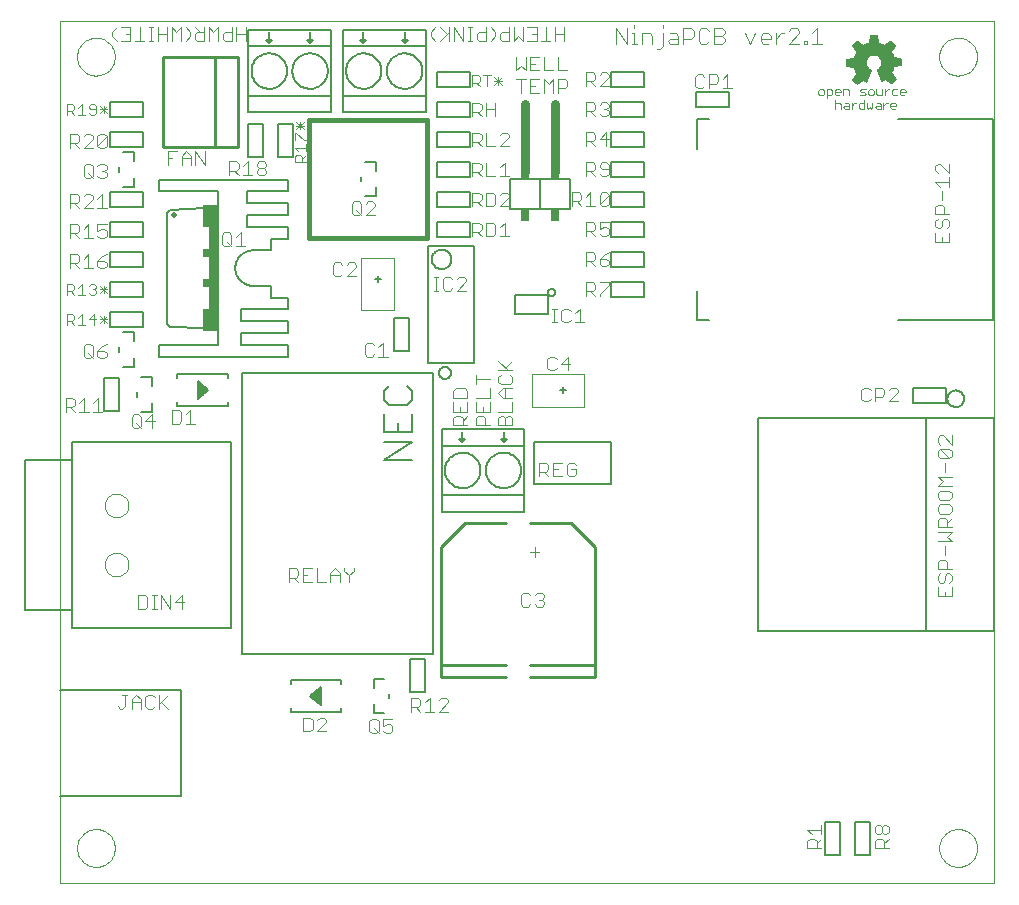
<source format=gto>
G75*
%MOIN*%
%OFA0B0*%
%FSLAX24Y24*%
%IPPOS*%
%LPD*%
%AMOC8*
5,1,8,0,0,1.08239X$1,22.5*
%
%ADD10C,0.0000*%
%ADD11C,0.0160*%
%ADD12C,0.0040*%
%ADD13C,0.0030*%
%ADD14C,0.0050*%
%ADD15C,0.0100*%
%ADD16C,0.0080*%
%ADD17C,0.0060*%
%ADD18C,0.0300*%
%ADD19R,0.0300X0.0200*%
%ADD20R,0.0300X0.0400*%
%ADD21C,0.0079*%
%ADD22C,0.0200*%
%ADD23R,0.0300X0.4200*%
%ADD24R,0.0200X0.0750*%
%ADD25R,0.0200X0.0300*%
%ADD26C,0.0020*%
D10*
X001306Y002003D02*
X001306Y030743D01*
X032408Y030743D01*
X032408Y002003D01*
X001306Y002003D01*
X001857Y003184D02*
X001859Y003234D01*
X001865Y003284D01*
X001875Y003333D01*
X001889Y003381D01*
X001906Y003428D01*
X001927Y003473D01*
X001952Y003517D01*
X001980Y003558D01*
X002012Y003597D01*
X002046Y003634D01*
X002083Y003668D01*
X002123Y003698D01*
X002165Y003725D01*
X002209Y003749D01*
X002255Y003770D01*
X002302Y003786D01*
X002350Y003799D01*
X002400Y003808D01*
X002449Y003813D01*
X002500Y003814D01*
X002550Y003811D01*
X002599Y003804D01*
X002648Y003793D01*
X002696Y003778D01*
X002742Y003760D01*
X002787Y003738D01*
X002830Y003712D01*
X002871Y003683D01*
X002910Y003651D01*
X002946Y003616D01*
X002978Y003578D01*
X003008Y003538D01*
X003035Y003495D01*
X003058Y003451D01*
X003077Y003405D01*
X003093Y003357D01*
X003105Y003308D01*
X003113Y003259D01*
X003117Y003209D01*
X003117Y003159D01*
X003113Y003109D01*
X003105Y003060D01*
X003093Y003011D01*
X003077Y002963D01*
X003058Y002917D01*
X003035Y002873D01*
X003008Y002830D01*
X002978Y002790D01*
X002946Y002752D01*
X002910Y002717D01*
X002871Y002685D01*
X002830Y002656D01*
X002787Y002630D01*
X002742Y002608D01*
X002696Y002590D01*
X002648Y002575D01*
X002599Y002564D01*
X002550Y002557D01*
X002500Y002554D01*
X002449Y002555D01*
X002400Y002560D01*
X002350Y002569D01*
X002302Y002582D01*
X002255Y002598D01*
X002209Y002619D01*
X002165Y002643D01*
X002123Y002670D01*
X002083Y002700D01*
X002046Y002734D01*
X002012Y002771D01*
X001980Y002810D01*
X001952Y002851D01*
X001927Y002895D01*
X001906Y002940D01*
X001889Y002987D01*
X001875Y003035D01*
X001865Y003084D01*
X001859Y003134D01*
X001857Y003184D01*
X002782Y012633D02*
X002784Y012672D01*
X002790Y012711D01*
X002800Y012749D01*
X002813Y012786D01*
X002830Y012821D01*
X002850Y012855D01*
X002874Y012886D01*
X002901Y012915D01*
X002930Y012941D01*
X002962Y012964D01*
X002996Y012984D01*
X003032Y013000D01*
X003069Y013012D01*
X003108Y013021D01*
X003147Y013026D01*
X003186Y013027D01*
X003225Y013024D01*
X003264Y013017D01*
X003301Y013006D01*
X003338Y012992D01*
X003373Y012974D01*
X003406Y012953D01*
X003437Y012928D01*
X003465Y012901D01*
X003490Y012871D01*
X003512Y012838D01*
X003531Y012804D01*
X003546Y012768D01*
X003558Y012730D01*
X003566Y012692D01*
X003570Y012653D01*
X003570Y012613D01*
X003566Y012574D01*
X003558Y012536D01*
X003546Y012498D01*
X003531Y012462D01*
X003512Y012428D01*
X003490Y012395D01*
X003465Y012365D01*
X003437Y012338D01*
X003406Y012313D01*
X003373Y012292D01*
X003338Y012274D01*
X003301Y012260D01*
X003264Y012249D01*
X003225Y012242D01*
X003186Y012239D01*
X003147Y012240D01*
X003108Y012245D01*
X003069Y012254D01*
X003032Y012266D01*
X002996Y012282D01*
X002962Y012302D01*
X002930Y012325D01*
X002901Y012351D01*
X002874Y012380D01*
X002850Y012411D01*
X002830Y012445D01*
X002813Y012480D01*
X002800Y012517D01*
X002790Y012555D01*
X002784Y012594D01*
X002782Y012633D01*
X002782Y014602D02*
X002784Y014641D01*
X002790Y014680D01*
X002800Y014718D01*
X002813Y014755D01*
X002830Y014790D01*
X002850Y014824D01*
X002874Y014855D01*
X002901Y014884D01*
X002930Y014910D01*
X002962Y014933D01*
X002996Y014953D01*
X003032Y014969D01*
X003069Y014981D01*
X003108Y014990D01*
X003147Y014995D01*
X003186Y014996D01*
X003225Y014993D01*
X003264Y014986D01*
X003301Y014975D01*
X003338Y014961D01*
X003373Y014943D01*
X003406Y014922D01*
X003437Y014897D01*
X003465Y014870D01*
X003490Y014840D01*
X003512Y014807D01*
X003531Y014773D01*
X003546Y014737D01*
X003558Y014699D01*
X003566Y014661D01*
X003570Y014622D01*
X003570Y014582D01*
X003566Y014543D01*
X003558Y014505D01*
X003546Y014467D01*
X003531Y014431D01*
X003512Y014397D01*
X003490Y014364D01*
X003465Y014334D01*
X003437Y014307D01*
X003406Y014282D01*
X003373Y014261D01*
X003338Y014243D01*
X003301Y014229D01*
X003264Y014218D01*
X003225Y014211D01*
X003186Y014208D01*
X003147Y014209D01*
X003108Y014214D01*
X003069Y014223D01*
X003032Y014235D01*
X002996Y014251D01*
X002962Y014271D01*
X002930Y014294D01*
X002901Y014320D01*
X002874Y014349D01*
X002850Y014380D01*
X002830Y014414D01*
X002813Y014449D01*
X002800Y014486D01*
X002790Y014524D01*
X002784Y014563D01*
X002782Y014602D01*
X001857Y029562D02*
X001859Y029612D01*
X001865Y029662D01*
X001875Y029711D01*
X001889Y029759D01*
X001906Y029806D01*
X001927Y029851D01*
X001952Y029895D01*
X001980Y029936D01*
X002012Y029975D01*
X002046Y030012D01*
X002083Y030046D01*
X002123Y030076D01*
X002165Y030103D01*
X002209Y030127D01*
X002255Y030148D01*
X002302Y030164D01*
X002350Y030177D01*
X002400Y030186D01*
X002449Y030191D01*
X002500Y030192D01*
X002550Y030189D01*
X002599Y030182D01*
X002648Y030171D01*
X002696Y030156D01*
X002742Y030138D01*
X002787Y030116D01*
X002830Y030090D01*
X002871Y030061D01*
X002910Y030029D01*
X002946Y029994D01*
X002978Y029956D01*
X003008Y029916D01*
X003035Y029873D01*
X003058Y029829D01*
X003077Y029783D01*
X003093Y029735D01*
X003105Y029686D01*
X003113Y029637D01*
X003117Y029587D01*
X003117Y029537D01*
X003113Y029487D01*
X003105Y029438D01*
X003093Y029389D01*
X003077Y029341D01*
X003058Y029295D01*
X003035Y029251D01*
X003008Y029208D01*
X002978Y029168D01*
X002946Y029130D01*
X002910Y029095D01*
X002871Y029063D01*
X002830Y029034D01*
X002787Y029008D01*
X002742Y028986D01*
X002696Y028968D01*
X002648Y028953D01*
X002599Y028942D01*
X002550Y028935D01*
X002500Y028932D01*
X002449Y028933D01*
X002400Y028938D01*
X002350Y028947D01*
X002302Y028960D01*
X002255Y028976D01*
X002209Y028997D01*
X002165Y029021D01*
X002123Y029048D01*
X002083Y029078D01*
X002046Y029112D01*
X002012Y029149D01*
X001980Y029188D01*
X001952Y029229D01*
X001927Y029273D01*
X001906Y029318D01*
X001889Y029365D01*
X001875Y029413D01*
X001865Y029462D01*
X001859Y029512D01*
X001857Y029562D01*
X030597Y029562D02*
X030599Y029612D01*
X030605Y029662D01*
X030615Y029711D01*
X030629Y029759D01*
X030646Y029806D01*
X030667Y029851D01*
X030692Y029895D01*
X030720Y029936D01*
X030752Y029975D01*
X030786Y030012D01*
X030823Y030046D01*
X030863Y030076D01*
X030905Y030103D01*
X030949Y030127D01*
X030995Y030148D01*
X031042Y030164D01*
X031090Y030177D01*
X031140Y030186D01*
X031189Y030191D01*
X031240Y030192D01*
X031290Y030189D01*
X031339Y030182D01*
X031388Y030171D01*
X031436Y030156D01*
X031482Y030138D01*
X031527Y030116D01*
X031570Y030090D01*
X031611Y030061D01*
X031650Y030029D01*
X031686Y029994D01*
X031718Y029956D01*
X031748Y029916D01*
X031775Y029873D01*
X031798Y029829D01*
X031817Y029783D01*
X031833Y029735D01*
X031845Y029686D01*
X031853Y029637D01*
X031857Y029587D01*
X031857Y029537D01*
X031853Y029487D01*
X031845Y029438D01*
X031833Y029389D01*
X031817Y029341D01*
X031798Y029295D01*
X031775Y029251D01*
X031748Y029208D01*
X031718Y029168D01*
X031686Y029130D01*
X031650Y029095D01*
X031611Y029063D01*
X031570Y029034D01*
X031527Y029008D01*
X031482Y028986D01*
X031436Y028968D01*
X031388Y028953D01*
X031339Y028942D01*
X031290Y028935D01*
X031240Y028932D01*
X031189Y028933D01*
X031140Y028938D01*
X031090Y028947D01*
X031042Y028960D01*
X030995Y028976D01*
X030949Y028997D01*
X030905Y029021D01*
X030863Y029048D01*
X030823Y029078D01*
X030786Y029112D01*
X030752Y029149D01*
X030720Y029188D01*
X030692Y029229D01*
X030667Y029273D01*
X030646Y029318D01*
X030629Y029365D01*
X030615Y029413D01*
X030605Y029462D01*
X030599Y029512D01*
X030597Y029562D01*
X030597Y003184D02*
X030599Y003234D01*
X030605Y003284D01*
X030615Y003333D01*
X030629Y003381D01*
X030646Y003428D01*
X030667Y003473D01*
X030692Y003517D01*
X030720Y003558D01*
X030752Y003597D01*
X030786Y003634D01*
X030823Y003668D01*
X030863Y003698D01*
X030905Y003725D01*
X030949Y003749D01*
X030995Y003770D01*
X031042Y003786D01*
X031090Y003799D01*
X031140Y003808D01*
X031189Y003813D01*
X031240Y003814D01*
X031290Y003811D01*
X031339Y003804D01*
X031388Y003793D01*
X031436Y003778D01*
X031482Y003760D01*
X031527Y003738D01*
X031570Y003712D01*
X031611Y003683D01*
X031650Y003651D01*
X031686Y003616D01*
X031718Y003578D01*
X031748Y003538D01*
X031775Y003495D01*
X031798Y003451D01*
X031817Y003405D01*
X031833Y003357D01*
X031845Y003308D01*
X031853Y003259D01*
X031857Y003209D01*
X031857Y003159D01*
X031853Y003109D01*
X031845Y003060D01*
X031833Y003011D01*
X031817Y002963D01*
X031798Y002917D01*
X031775Y002873D01*
X031748Y002830D01*
X031718Y002790D01*
X031686Y002752D01*
X031650Y002717D01*
X031611Y002685D01*
X031570Y002656D01*
X031527Y002630D01*
X031482Y002608D01*
X031436Y002590D01*
X031388Y002575D01*
X031339Y002564D01*
X031290Y002557D01*
X031240Y002554D01*
X031189Y002555D01*
X031140Y002560D01*
X031090Y002569D01*
X031042Y002582D01*
X030995Y002598D01*
X030949Y002619D01*
X030905Y002643D01*
X030863Y002670D01*
X030823Y002700D01*
X030786Y002734D01*
X030752Y002771D01*
X030720Y002810D01*
X030692Y002851D01*
X030667Y002895D01*
X030646Y002940D01*
X030629Y002987D01*
X030615Y003035D01*
X030605Y003084D01*
X030599Y003134D01*
X030597Y003184D01*
D11*
X013528Y023513D02*
X009591Y023513D01*
X009591Y027450D01*
X013528Y027450D01*
X013528Y023513D01*
D12*
X012436Y022859D02*
X011336Y022859D01*
X011336Y021109D01*
X012436Y021109D01*
X012436Y022859D01*
X011153Y022627D02*
X011076Y022704D01*
X010922Y022704D01*
X010846Y022627D01*
X010692Y022627D02*
X010616Y022704D01*
X010462Y022704D01*
X010385Y022627D01*
X010385Y022320D01*
X010462Y022243D01*
X010616Y022243D01*
X010692Y022320D01*
X010846Y022243D02*
X011153Y022550D01*
X011153Y022627D01*
X011153Y022243D02*
X010846Y022243D01*
X011092Y024283D02*
X011015Y024360D01*
X011015Y024667D01*
X011092Y024744D01*
X011246Y024744D01*
X011322Y024667D01*
X011322Y024360D01*
X011246Y024283D01*
X011092Y024283D01*
X011169Y024437D02*
X011322Y024283D01*
X011476Y024283D02*
X011783Y024590D01*
X011783Y024667D01*
X011706Y024744D01*
X011552Y024744D01*
X011476Y024667D01*
X011476Y024283D02*
X011783Y024283D01*
X013746Y022224D02*
X013900Y022224D01*
X013823Y022224D02*
X013823Y021763D01*
X013746Y021763D02*
X013900Y021763D01*
X014053Y021840D02*
X014130Y021763D01*
X014283Y021763D01*
X014360Y021840D01*
X014513Y021763D02*
X014820Y022070D01*
X014820Y022147D01*
X014744Y022224D01*
X014590Y022224D01*
X014513Y022147D01*
X014360Y022147D02*
X014283Y022224D01*
X014130Y022224D01*
X014053Y022147D01*
X014053Y021840D01*
X014513Y021763D02*
X014820Y021763D01*
X015036Y023573D02*
X015036Y024034D01*
X015266Y024034D01*
X015343Y023957D01*
X015343Y023804D01*
X015266Y023727D01*
X015036Y023727D01*
X015190Y023727D02*
X015343Y023573D01*
X015496Y023573D02*
X015727Y023573D01*
X015803Y023650D01*
X015803Y023957D01*
X015727Y024034D01*
X015496Y024034D01*
X015496Y023573D01*
X015957Y023573D02*
X016264Y023573D01*
X016110Y023573D02*
X016110Y024034D01*
X015957Y023880D01*
X015957Y024573D02*
X016264Y024880D01*
X016264Y024957D01*
X016187Y025034D01*
X016034Y025034D01*
X015957Y024957D01*
X015803Y024957D02*
X015727Y025034D01*
X015496Y025034D01*
X015496Y024573D01*
X015727Y024573D01*
X015803Y024650D01*
X015803Y024957D01*
X015957Y024573D02*
X016264Y024573D01*
X015343Y024573D02*
X015190Y024727D01*
X015266Y024727D02*
X015036Y024727D01*
X015036Y024573D02*
X015036Y025034D01*
X015266Y025034D01*
X015343Y024957D01*
X015343Y024804D01*
X015266Y024727D01*
X015343Y025573D02*
X015190Y025727D01*
X015266Y025727D02*
X015036Y025727D01*
X015036Y025573D02*
X015036Y026034D01*
X015266Y026034D01*
X015343Y025957D01*
X015343Y025804D01*
X015266Y025727D01*
X015496Y025573D02*
X015803Y025573D01*
X015957Y025573D02*
X016264Y025573D01*
X016110Y025573D02*
X016110Y026034D01*
X015957Y025880D01*
X015496Y026034D02*
X015496Y025573D01*
X015496Y026573D02*
X015803Y026573D01*
X015957Y026573D02*
X016264Y026880D01*
X016264Y026957D01*
X016187Y027034D01*
X016034Y027034D01*
X015957Y026957D01*
X015957Y026573D02*
X016264Y026573D01*
X015496Y026573D02*
X015496Y027034D01*
X015343Y026957D02*
X015343Y026804D01*
X015266Y026727D01*
X015036Y026727D01*
X015190Y026727D02*
X015343Y026573D01*
X015036Y026573D02*
X015036Y027034D01*
X015266Y027034D01*
X015343Y026957D01*
X015343Y027573D02*
X015190Y027727D01*
X015266Y027727D02*
X015036Y027727D01*
X015036Y027573D02*
X015036Y028034D01*
X015266Y028034D01*
X015343Y027957D01*
X015343Y027804D01*
X015266Y027727D01*
X015496Y027804D02*
X015803Y027804D01*
X015803Y028034D02*
X015803Y027573D01*
X015496Y027573D02*
X015496Y028034D01*
X016506Y028814D02*
X016813Y028814D01*
X016660Y028814D02*
X016660Y028353D01*
X016966Y028353D02*
X016966Y028814D01*
X017273Y028814D01*
X017427Y028814D02*
X017580Y028660D01*
X017734Y028814D01*
X017734Y028353D01*
X017887Y028353D02*
X017887Y028814D01*
X018117Y028814D01*
X018194Y028737D01*
X018194Y028584D01*
X018117Y028507D01*
X017887Y028507D01*
X017427Y028353D02*
X017427Y028814D01*
X017427Y029103D02*
X017734Y029103D01*
X017887Y029103D02*
X018194Y029103D01*
X017887Y029103D02*
X017887Y029564D01*
X017427Y029564D02*
X017427Y029103D01*
X017273Y029103D02*
X016966Y029103D01*
X016966Y029564D01*
X017273Y029564D01*
X017120Y029334D02*
X016966Y029334D01*
X016813Y029564D02*
X016813Y029103D01*
X016660Y029257D01*
X016506Y029103D01*
X016506Y029564D01*
X016412Y030083D02*
X016412Y030543D01*
X016258Y030543D02*
X016258Y030083D01*
X016028Y030083D01*
X015952Y030160D01*
X015952Y030313D01*
X016028Y030390D01*
X016258Y030390D01*
X016565Y030236D02*
X016412Y030083D01*
X016565Y030236D02*
X016719Y030083D01*
X016719Y030543D01*
X016872Y030543D02*
X017179Y030543D01*
X017179Y030083D01*
X016872Y030083D01*
X017026Y030313D02*
X017179Y030313D01*
X017333Y030083D02*
X017640Y030083D01*
X017793Y030083D02*
X017793Y030543D01*
X017793Y030313D02*
X018100Y030313D01*
X018100Y030543D02*
X018100Y030083D01*
X017486Y030083D02*
X017486Y030543D01*
X015798Y030390D02*
X015798Y030236D01*
X015645Y030083D01*
X015491Y030083D02*
X015261Y030083D01*
X015184Y030160D01*
X015184Y030313D01*
X015261Y030390D01*
X015491Y030390D01*
X015491Y030543D02*
X015491Y030083D01*
X015798Y030390D02*
X015645Y030543D01*
X015031Y030543D02*
X014877Y030543D01*
X014954Y030543D02*
X014954Y030083D01*
X015031Y030083D02*
X014877Y030083D01*
X014724Y030083D02*
X014417Y030543D01*
X014417Y030083D01*
X014263Y030083D02*
X014263Y030543D01*
X014263Y030390D02*
X013957Y030083D01*
X013803Y030083D02*
X013650Y030236D01*
X013650Y030390D01*
X013803Y030543D01*
X013957Y030543D02*
X014187Y030313D01*
X014724Y030543D02*
X014724Y030083D01*
X016966Y028584D02*
X017120Y028584D01*
X016966Y028353D02*
X017273Y028353D01*
X018815Y028583D02*
X018815Y029044D01*
X019046Y029044D01*
X019122Y028967D01*
X019122Y028814D01*
X019046Y028737D01*
X018815Y028737D01*
X018969Y028737D02*
X019122Y028583D01*
X019276Y028583D02*
X019583Y028890D01*
X019583Y028967D01*
X019506Y029044D01*
X019352Y029044D01*
X019276Y028967D01*
X019276Y028583D02*
X019583Y028583D01*
X019506Y028044D02*
X019583Y027967D01*
X019583Y027890D01*
X019506Y027814D01*
X019583Y027737D01*
X019583Y027660D01*
X019506Y027583D01*
X019352Y027583D01*
X019276Y027660D01*
X019122Y027583D02*
X018969Y027737D01*
X019046Y027737D02*
X018815Y027737D01*
X018815Y027583D02*
X018815Y028044D01*
X019046Y028044D01*
X019122Y027967D01*
X019122Y027814D01*
X019046Y027737D01*
X019276Y027967D02*
X019352Y028044D01*
X019506Y028044D01*
X019506Y027814D02*
X019429Y027814D01*
X019506Y027044D02*
X019276Y026814D01*
X019583Y026814D01*
X019506Y027044D02*
X019506Y026583D01*
X019122Y026583D02*
X018969Y026737D01*
X019046Y026737D02*
X018815Y026737D01*
X018815Y026583D02*
X018815Y027044D01*
X019046Y027044D01*
X019122Y026967D01*
X019122Y026814D01*
X019046Y026737D01*
X019046Y026044D02*
X018815Y026044D01*
X018815Y025583D01*
X018815Y025737D02*
X019046Y025737D01*
X019122Y025814D01*
X019122Y025967D01*
X019046Y026044D01*
X019276Y025967D02*
X019276Y025890D01*
X019352Y025814D01*
X019583Y025814D01*
X019583Y025967D02*
X019506Y026044D01*
X019352Y026044D01*
X019276Y025967D01*
X019583Y025967D02*
X019583Y025660D01*
X019506Y025583D01*
X019352Y025583D01*
X019276Y025660D01*
X019122Y025583D02*
X018969Y025737D01*
X018969Y025044D02*
X018969Y024583D01*
X019122Y024583D02*
X018815Y024583D01*
X018662Y024583D02*
X018508Y024737D01*
X018585Y024737D02*
X018355Y024737D01*
X018355Y024583D02*
X018355Y025044D01*
X018585Y025044D01*
X018662Y024967D01*
X018662Y024814D01*
X018585Y024737D01*
X018815Y024890D02*
X018969Y025044D01*
X019276Y024967D02*
X019352Y025044D01*
X019506Y025044D01*
X019583Y024967D01*
X019276Y024660D01*
X019352Y024583D01*
X019506Y024583D01*
X019583Y024660D01*
X019583Y024967D01*
X019276Y024967D02*
X019276Y024660D01*
X019276Y024044D02*
X019276Y023814D01*
X019429Y023890D01*
X019506Y023890D01*
X019583Y023814D01*
X019583Y023660D01*
X019506Y023583D01*
X019352Y023583D01*
X019276Y023660D01*
X019122Y023583D02*
X018969Y023737D01*
X019046Y023737D02*
X018815Y023737D01*
X018815Y023583D02*
X018815Y024044D01*
X019046Y024044D01*
X019122Y023967D01*
X019122Y023814D01*
X019046Y023737D01*
X019276Y024044D02*
X019583Y024044D01*
X019583Y023044D02*
X019429Y022967D01*
X019276Y022814D01*
X019506Y022814D01*
X019583Y022737D01*
X019583Y022660D01*
X019506Y022583D01*
X019352Y022583D01*
X019276Y022660D01*
X019276Y022814D01*
X019122Y022814D02*
X019046Y022737D01*
X018815Y022737D01*
X018815Y022583D02*
X018815Y023044D01*
X019046Y023044D01*
X019122Y022967D01*
X019122Y022814D01*
X018969Y022737D02*
X019122Y022583D01*
X019046Y022044D02*
X018815Y022044D01*
X018815Y021583D01*
X018815Y021737D02*
X019046Y021737D01*
X019122Y021814D01*
X019122Y021967D01*
X019046Y022044D01*
X019276Y022044D02*
X019583Y022044D01*
X019583Y021967D01*
X019276Y021660D01*
X019276Y021583D01*
X019122Y021583D02*
X018969Y021737D01*
X018617Y021164D02*
X018463Y021010D01*
X018310Y021087D02*
X018233Y021164D01*
X018080Y021164D01*
X018003Y021087D01*
X018003Y020780D01*
X018080Y020703D01*
X018233Y020703D01*
X018310Y020780D01*
X018463Y020703D02*
X018770Y020703D01*
X018617Y020703D02*
X018617Y021164D01*
X017850Y021164D02*
X017696Y021164D01*
X017773Y021164D02*
X017773Y020703D01*
X017696Y020703D02*
X017850Y020703D01*
X017766Y019564D02*
X017613Y019564D01*
X017536Y019487D01*
X017536Y019180D01*
X017613Y019103D01*
X017766Y019103D01*
X017843Y019180D01*
X017996Y019334D02*
X018303Y019334D01*
X018227Y019564D02*
X018227Y019103D01*
X017996Y019334D02*
X018227Y019564D01*
X017843Y019487D02*
X017766Y019564D01*
X017012Y018987D02*
X018762Y018987D01*
X018762Y017887D01*
X017012Y017887D01*
X017012Y018987D01*
X016366Y018885D02*
X016289Y018961D01*
X016366Y018885D02*
X016366Y018731D01*
X016289Y018655D01*
X015982Y018655D01*
X015906Y018731D01*
X015906Y018885D01*
X015982Y018961D01*
X015906Y019115D02*
X016366Y019115D01*
X016213Y019115D02*
X015906Y019422D01*
X016136Y019192D02*
X016366Y019422D01*
X016366Y018501D02*
X016059Y018501D01*
X015906Y018348D01*
X016059Y018194D01*
X016366Y018194D01*
X016366Y018041D02*
X016366Y017734D01*
X015906Y017734D01*
X015982Y017580D02*
X015906Y017504D01*
X015906Y017273D01*
X016366Y017273D01*
X016366Y017504D01*
X016289Y017580D01*
X016213Y017580D01*
X016136Y017504D01*
X016136Y017273D01*
X016136Y017504D02*
X016059Y017580D01*
X015982Y017580D01*
X015616Y017734D02*
X015616Y018041D01*
X015616Y018194D02*
X015616Y018501D01*
X015616Y018194D02*
X015156Y018194D01*
X015156Y018041D02*
X015156Y017734D01*
X015616Y017734D01*
X015386Y017734D02*
X015386Y017887D01*
X015386Y017580D02*
X015232Y017580D01*
X015156Y017504D01*
X015156Y017273D01*
X015616Y017273D01*
X015463Y017273D02*
X015463Y017504D01*
X015386Y017580D01*
X014866Y017580D02*
X014713Y017427D01*
X014713Y017504D02*
X014713Y017273D01*
X014866Y017273D02*
X014406Y017273D01*
X014406Y017504D01*
X014482Y017580D01*
X014636Y017580D01*
X014713Y017504D01*
X014636Y017734D02*
X014636Y017887D01*
X014406Y017734D02*
X014866Y017734D01*
X014866Y018041D01*
X014866Y018194D02*
X014866Y018424D01*
X014789Y018501D01*
X014482Y018501D01*
X014406Y018424D01*
X014406Y018194D01*
X014866Y018194D01*
X014406Y018041D02*
X014406Y017734D01*
X015156Y018655D02*
X015156Y018961D01*
X015156Y018808D02*
X015616Y018808D01*
X016136Y018501D02*
X016136Y018194D01*
X017266Y016034D02*
X017496Y016034D01*
X017573Y015957D01*
X017573Y015804D01*
X017496Y015727D01*
X017266Y015727D01*
X017420Y015727D02*
X017573Y015573D01*
X017726Y015573D02*
X017726Y016034D01*
X018033Y016034D01*
X018187Y015957D02*
X018187Y015650D01*
X018264Y015573D01*
X018417Y015573D01*
X018494Y015650D01*
X018494Y015804D01*
X018340Y015804D01*
X018187Y015957D02*
X018264Y016034D01*
X018417Y016034D01*
X018494Y015957D01*
X018033Y015573D02*
X017726Y015573D01*
X017726Y015804D02*
X017880Y015804D01*
X017266Y016034D02*
X017266Y015573D01*
X017120Y013207D02*
X017120Y012900D01*
X016966Y013054D02*
X017273Y013054D01*
X017193Y011694D02*
X017347Y011694D01*
X017423Y011617D01*
X017423Y011540D01*
X017347Y011464D01*
X017423Y011387D01*
X017423Y011310D01*
X017347Y011233D01*
X017193Y011233D01*
X017116Y011310D01*
X016963Y011310D02*
X016886Y011233D01*
X016733Y011233D01*
X016656Y011310D01*
X016656Y011617D01*
X016733Y011694D01*
X016886Y011694D01*
X016963Y011617D01*
X017116Y011617D02*
X017193Y011694D01*
X017270Y011464D02*
X017347Y011464D01*
X014147Y008194D02*
X013994Y008194D01*
X013917Y008117D01*
X014147Y008194D02*
X014224Y008117D01*
X014224Y008040D01*
X013917Y007733D01*
X014224Y007733D01*
X013763Y007733D02*
X013456Y007733D01*
X013303Y007733D02*
X013150Y007887D01*
X013226Y007887D02*
X012996Y007887D01*
X012996Y007733D02*
X012996Y008194D01*
X013226Y008194D01*
X013303Y008117D01*
X013303Y007964D01*
X013226Y007887D01*
X013456Y008040D02*
X013610Y008194D01*
X013610Y007733D01*
X012373Y007484D02*
X012066Y007484D01*
X012066Y007254D01*
X012219Y007330D01*
X012296Y007330D01*
X012373Y007254D01*
X012373Y007100D01*
X012296Y007023D01*
X012142Y007023D01*
X012066Y007100D01*
X011912Y007100D02*
X011836Y007023D01*
X011682Y007023D01*
X011605Y007100D01*
X011605Y007407D01*
X011682Y007484D01*
X011836Y007484D01*
X011912Y007407D01*
X011912Y007100D01*
X011912Y007023D02*
X011759Y007177D01*
X010173Y007073D02*
X009866Y007073D01*
X010173Y007380D01*
X010173Y007457D01*
X010096Y007534D01*
X009942Y007534D01*
X009866Y007457D01*
X009712Y007457D02*
X009712Y007150D01*
X009636Y007073D01*
X009405Y007073D01*
X009405Y007534D01*
X009636Y007534D01*
X009712Y007457D01*
X005354Y011153D02*
X005354Y011614D01*
X005124Y011384D01*
X005431Y011384D01*
X004970Y011153D02*
X004970Y011614D01*
X004663Y011614D02*
X004970Y011153D01*
X004663Y011153D02*
X004663Y011614D01*
X004510Y011614D02*
X004356Y011614D01*
X004433Y011614D02*
X004433Y011153D01*
X004356Y011153D02*
X004510Y011153D01*
X004203Y011230D02*
X004203Y011537D01*
X004126Y011614D01*
X003896Y011614D01*
X003896Y011153D01*
X004126Y011153D01*
X004203Y011230D01*
X004212Y008294D02*
X004135Y008217D01*
X004135Y007910D01*
X004212Y007833D01*
X004366Y007833D01*
X004442Y007910D01*
X004596Y007833D02*
X004596Y008294D01*
X004442Y008217D02*
X004366Y008294D01*
X004212Y008294D01*
X003982Y008140D02*
X003982Y007833D01*
X003982Y008064D02*
X003675Y008064D01*
X003675Y008140D02*
X003828Y008294D01*
X003982Y008140D01*
X003675Y008140D02*
X003675Y007833D01*
X003445Y007910D02*
X003445Y008294D01*
X003521Y008294D02*
X003368Y008294D01*
X003445Y007910D02*
X003368Y007833D01*
X003291Y007833D01*
X003215Y007910D01*
X004596Y007987D02*
X004903Y008294D01*
X004672Y008064D02*
X004903Y007833D01*
X008926Y012043D02*
X008926Y012504D01*
X009156Y012504D01*
X009233Y012427D01*
X009233Y012274D01*
X009156Y012197D01*
X008926Y012197D01*
X009080Y012197D02*
X009233Y012043D01*
X009386Y012043D02*
X009693Y012043D01*
X009847Y012043D02*
X009847Y012504D01*
X009693Y012504D02*
X009386Y012504D01*
X009386Y012043D01*
X009386Y012274D02*
X009540Y012274D01*
X009847Y012043D02*
X010154Y012043D01*
X010307Y012043D02*
X010307Y012350D01*
X010461Y012504D01*
X010614Y012350D01*
X010614Y012043D01*
X010614Y012274D02*
X010307Y012274D01*
X010768Y012427D02*
X010921Y012274D01*
X010921Y012043D01*
X010921Y012274D02*
X011075Y012427D01*
X011075Y012504D01*
X010768Y012504D02*
X010768Y012427D01*
X005793Y017333D02*
X005486Y017333D01*
X005639Y017333D02*
X005639Y017794D01*
X005486Y017640D01*
X005332Y017717D02*
X005332Y017410D01*
X005256Y017333D01*
X005025Y017333D01*
X005025Y017794D01*
X005256Y017794D01*
X005332Y017717D01*
X004443Y017414D02*
X004136Y017414D01*
X004366Y017644D01*
X004366Y017183D01*
X003982Y017183D02*
X003829Y017337D01*
X003982Y017260D02*
X003906Y017183D01*
X003752Y017183D01*
X003675Y017260D01*
X003675Y017567D01*
X003752Y017644D01*
X003906Y017644D01*
X003982Y017567D01*
X003982Y017260D01*
X002703Y017723D02*
X002396Y017723D01*
X002549Y017723D02*
X002549Y018184D01*
X002396Y018030D01*
X002242Y017723D02*
X001935Y017723D01*
X001782Y017723D02*
X001628Y017877D01*
X001705Y017877D02*
X001475Y017877D01*
X001475Y017723D02*
X001475Y018184D01*
X001705Y018184D01*
X001782Y018107D01*
X001782Y017954D01*
X001705Y017877D01*
X001935Y018030D02*
X002089Y018184D01*
X002089Y017723D01*
X002152Y019523D02*
X002075Y019600D01*
X002075Y019907D01*
X002152Y019984D01*
X002306Y019984D01*
X002382Y019907D01*
X002382Y019600D01*
X002306Y019523D01*
X002152Y019523D01*
X002229Y019677D02*
X002382Y019523D01*
X002536Y019600D02*
X002612Y019523D01*
X002766Y019523D01*
X002843Y019600D01*
X002843Y019677D01*
X002766Y019754D01*
X002536Y019754D01*
X002536Y019600D01*
X002536Y019754D02*
X002689Y019907D01*
X002843Y019984D01*
X002766Y022523D02*
X002843Y022600D01*
X002843Y022677D01*
X002766Y022754D01*
X002536Y022754D01*
X002536Y022600D01*
X002612Y022523D01*
X002766Y022523D01*
X002536Y022754D02*
X002689Y022907D01*
X002843Y022984D01*
X002382Y022523D02*
X002075Y022523D01*
X001922Y022523D02*
X001768Y022677D01*
X001845Y022677D02*
X001615Y022677D01*
X001615Y022523D02*
X001615Y022984D01*
X001845Y022984D01*
X001922Y022907D01*
X001922Y022754D01*
X001845Y022677D01*
X002075Y022830D02*
X002229Y022984D01*
X002229Y022523D01*
X002229Y023523D02*
X002229Y023984D01*
X002075Y023830D01*
X001922Y023754D02*
X001845Y023677D01*
X001615Y023677D01*
X001768Y023677D02*
X001922Y023523D01*
X002075Y023523D02*
X002382Y023523D01*
X002536Y023600D02*
X002612Y023523D01*
X002766Y023523D01*
X002843Y023600D01*
X002843Y023754D01*
X002766Y023830D01*
X002689Y023830D01*
X002536Y023754D01*
X002536Y023984D01*
X002843Y023984D01*
X002843Y024523D02*
X002536Y024523D01*
X002689Y024523D02*
X002689Y024984D01*
X002536Y024830D01*
X002382Y024830D02*
X002382Y024907D01*
X002306Y024984D01*
X002152Y024984D01*
X002075Y024907D01*
X001922Y024907D02*
X001922Y024754D01*
X001845Y024677D01*
X001615Y024677D01*
X001768Y024677D02*
X001922Y024523D01*
X002075Y024523D02*
X002382Y024830D01*
X002382Y024523D02*
X002075Y024523D01*
X001922Y024907D02*
X001845Y024984D01*
X001615Y024984D01*
X001615Y024523D01*
X001615Y023984D02*
X001845Y023984D01*
X001922Y023907D01*
X001922Y023754D01*
X001615Y023984D02*
X001615Y023523D01*
X002152Y025523D02*
X002075Y025600D01*
X002075Y025907D01*
X002152Y025984D01*
X002306Y025984D01*
X002382Y025907D01*
X002382Y025600D01*
X002306Y025523D01*
X002152Y025523D01*
X002229Y025677D02*
X002382Y025523D01*
X002536Y025600D02*
X002612Y025523D01*
X002766Y025523D01*
X002843Y025600D01*
X002843Y025677D01*
X002766Y025754D01*
X002689Y025754D01*
X002766Y025754D02*
X002843Y025830D01*
X002843Y025907D01*
X002766Y025984D01*
X002612Y025984D01*
X002536Y025907D01*
X002612Y026523D02*
X002536Y026600D01*
X002843Y026907D01*
X002843Y026600D01*
X002766Y026523D01*
X002612Y026523D01*
X002536Y026600D02*
X002536Y026907D01*
X002612Y026984D01*
X002766Y026984D01*
X002843Y026907D01*
X002382Y026907D02*
X002306Y026984D01*
X002152Y026984D01*
X002075Y026907D01*
X001922Y026907D02*
X001845Y026984D01*
X001615Y026984D01*
X001615Y026523D01*
X001615Y026677D02*
X001845Y026677D01*
X001922Y026754D01*
X001922Y026907D01*
X001768Y026677D02*
X001922Y026523D01*
X002075Y026523D02*
X002382Y026830D01*
X002382Y026907D01*
X002382Y026523D02*
X002075Y026523D01*
X004885Y026414D02*
X004885Y025953D01*
X004885Y026184D02*
X005038Y026184D01*
X004885Y026414D02*
X005192Y026414D01*
X005345Y026260D02*
X005499Y026414D01*
X005652Y026260D01*
X005652Y025953D01*
X005806Y025953D02*
X005806Y026414D01*
X006113Y025953D01*
X006113Y026414D01*
X005652Y026184D02*
X005345Y026184D01*
X005345Y026260D02*
X005345Y025953D01*
X006935Y026074D02*
X006935Y025613D01*
X006935Y025767D02*
X007165Y025767D01*
X007242Y025844D01*
X007242Y025997D01*
X007165Y026074D01*
X006935Y026074D01*
X007088Y025767D02*
X007242Y025613D01*
X007395Y025613D02*
X007702Y025613D01*
X007549Y025613D02*
X007549Y026074D01*
X007395Y025920D01*
X007856Y025920D02*
X007856Y025997D01*
X007932Y026074D01*
X008086Y026074D01*
X008163Y025997D01*
X008163Y025920D01*
X008086Y025844D01*
X007932Y025844D01*
X007856Y025920D01*
X007932Y025844D02*
X007856Y025767D01*
X007856Y025690D01*
X007932Y025613D01*
X008086Y025613D01*
X008163Y025690D01*
X008163Y025767D01*
X008086Y025844D01*
X007310Y023704D02*
X007156Y023550D01*
X007003Y023627D02*
X007003Y023320D01*
X006926Y023243D01*
X006773Y023243D01*
X006696Y023320D01*
X006696Y023627D01*
X006773Y023704D01*
X006926Y023704D01*
X007003Y023627D01*
X006850Y023397D02*
X007003Y023243D01*
X007156Y023243D02*
X007463Y023243D01*
X007310Y023243D02*
X007310Y023704D01*
X011445Y019947D02*
X011445Y019640D01*
X011522Y019563D01*
X011676Y019563D01*
X011752Y019640D01*
X011906Y019563D02*
X012213Y019563D01*
X012059Y019563D02*
X012059Y020024D01*
X011906Y019870D01*
X011752Y019947D02*
X011676Y020024D01*
X011522Y020024D01*
X011445Y019947D01*
X021204Y029820D02*
X021291Y029820D01*
X021378Y029907D01*
X021378Y030340D01*
X021378Y030514D02*
X021378Y030601D01*
X021635Y030340D02*
X021808Y030340D01*
X021895Y030254D01*
X021895Y029993D01*
X021635Y029993D01*
X021548Y030080D01*
X021635Y030167D01*
X021895Y030167D01*
X022063Y030167D02*
X022324Y030167D01*
X022410Y030254D01*
X022410Y030427D01*
X022324Y030514D01*
X022063Y030514D01*
X022063Y029993D01*
X022579Y030080D02*
X022666Y029993D01*
X022839Y029993D01*
X022926Y030080D01*
X023095Y029993D02*
X023355Y029993D01*
X023442Y030080D01*
X023442Y030167D01*
X023355Y030254D01*
X023095Y030254D01*
X022926Y030427D02*
X022839Y030514D01*
X022666Y030514D01*
X022579Y030427D01*
X022579Y030080D01*
X023095Y029993D02*
X023095Y030514D01*
X023355Y030514D01*
X023442Y030427D01*
X023442Y030340D01*
X023355Y030254D01*
X024126Y030340D02*
X024299Y029993D01*
X024473Y030340D01*
X024642Y030254D02*
X024728Y030340D01*
X024902Y030340D01*
X024989Y030254D01*
X024989Y030167D01*
X024642Y030167D01*
X024642Y030080D02*
X024642Y030254D01*
X024642Y030080D02*
X024728Y029993D01*
X024902Y029993D01*
X025157Y029993D02*
X025157Y030340D01*
X025157Y030167D02*
X025331Y030340D01*
X025418Y030340D01*
X025587Y030427D02*
X025674Y030514D01*
X025847Y030514D01*
X025934Y030427D01*
X025934Y030340D01*
X025587Y029993D01*
X025934Y029993D01*
X026103Y029993D02*
X026189Y029993D01*
X026189Y030080D01*
X026103Y030080D01*
X026103Y029993D01*
X026360Y029993D02*
X026707Y029993D01*
X026534Y029993D02*
X026534Y030514D01*
X026360Y030340D01*
X023540Y028974D02*
X023540Y028513D01*
X023387Y028513D02*
X023694Y028513D01*
X023387Y028820D02*
X023540Y028974D01*
X023233Y028897D02*
X023233Y028744D01*
X023157Y028667D01*
X022926Y028667D01*
X022926Y028513D02*
X022926Y028974D01*
X023157Y028974D01*
X023233Y028897D01*
X022773Y028897D02*
X022696Y028974D01*
X022543Y028974D01*
X022466Y028897D01*
X022466Y028590D01*
X022543Y028513D01*
X022696Y028513D01*
X022773Y028590D01*
X021035Y029993D02*
X021035Y030254D01*
X020949Y030340D01*
X020688Y030340D01*
X020688Y029993D01*
X020518Y029993D02*
X020345Y029993D01*
X020431Y029993D02*
X020431Y030340D01*
X020345Y030340D01*
X020431Y030514D02*
X020431Y030601D01*
X020176Y030514D02*
X020176Y029993D01*
X019829Y030514D01*
X019829Y029993D01*
X030466Y025923D02*
X030466Y025770D01*
X030542Y025693D01*
X030466Y025923D02*
X030542Y026000D01*
X030619Y026000D01*
X030926Y025693D01*
X030926Y026000D01*
X030926Y025539D02*
X030926Y025233D01*
X030926Y025386D02*
X030466Y025386D01*
X030619Y025233D01*
X030696Y025079D02*
X030696Y024772D01*
X030696Y024619D02*
X030542Y024619D01*
X030466Y024542D01*
X030466Y024312D01*
X030926Y024312D01*
X030773Y024312D02*
X030773Y024542D01*
X030696Y024619D01*
X030773Y024158D02*
X030849Y024158D01*
X030926Y024082D01*
X030926Y023928D01*
X030849Y023851D01*
X030696Y023928D02*
X030696Y024082D01*
X030773Y024158D01*
X030542Y024158D02*
X030466Y024082D01*
X030466Y023928D01*
X030542Y023851D01*
X030619Y023851D01*
X030696Y023928D01*
X030926Y023698D02*
X030926Y023391D01*
X030466Y023391D01*
X030466Y023698D01*
X030696Y023544D02*
X030696Y023391D01*
X029156Y018534D02*
X029002Y018534D01*
X028926Y018457D01*
X028772Y018457D02*
X028772Y018304D01*
X028696Y018227D01*
X028465Y018227D01*
X028465Y018073D02*
X028465Y018534D01*
X028696Y018534D01*
X028772Y018457D01*
X029156Y018534D02*
X029233Y018457D01*
X029233Y018380D01*
X028926Y018073D01*
X029233Y018073D01*
X028312Y018150D02*
X028235Y018073D01*
X028082Y018073D01*
X028005Y018150D01*
X028005Y018457D01*
X028082Y018534D01*
X028235Y018534D01*
X028312Y018457D01*
X030556Y016863D02*
X030556Y016710D01*
X030632Y016633D01*
X030632Y016479D02*
X030939Y016173D01*
X031016Y016249D01*
X031016Y016403D01*
X030939Y016479D01*
X030632Y016479D01*
X030556Y016403D01*
X030556Y016249D01*
X030632Y016173D01*
X030939Y016173D01*
X030786Y016019D02*
X030786Y015712D01*
X030556Y015559D02*
X031016Y015559D01*
X031016Y015252D02*
X030556Y015252D01*
X030709Y015405D01*
X030556Y015559D01*
X030632Y015098D02*
X030556Y015022D01*
X030556Y014868D01*
X030632Y014791D01*
X030939Y014791D01*
X031016Y014868D01*
X031016Y015022D01*
X030939Y015098D01*
X030632Y015098D01*
X030632Y014638D02*
X030556Y014561D01*
X030556Y014408D01*
X030632Y014331D01*
X030939Y014331D01*
X031016Y014408D01*
X031016Y014561D01*
X030939Y014638D01*
X030632Y014638D01*
X030632Y014178D02*
X030786Y014178D01*
X030863Y014101D01*
X030863Y013871D01*
X030863Y014024D02*
X031016Y014178D01*
X031016Y013871D02*
X030556Y013871D01*
X030556Y014101D01*
X030632Y014178D01*
X030556Y013717D02*
X031016Y013717D01*
X030863Y013564D01*
X031016Y013410D01*
X030556Y013410D01*
X030786Y013257D02*
X030786Y012950D01*
X030786Y012796D02*
X030863Y012720D01*
X030863Y012489D01*
X030863Y012336D02*
X030939Y012336D01*
X031016Y012259D01*
X031016Y012106D01*
X030939Y012029D01*
X030786Y012106D02*
X030786Y012259D01*
X030863Y012336D01*
X031016Y012489D02*
X030556Y012489D01*
X030556Y012720D01*
X030632Y012796D01*
X030786Y012796D01*
X030632Y012336D02*
X030556Y012259D01*
X030556Y012106D01*
X030632Y012029D01*
X030709Y012029D01*
X030786Y012106D01*
X031016Y011876D02*
X031016Y011569D01*
X030556Y011569D01*
X030556Y011876D01*
X030786Y011722D02*
X030786Y011569D01*
X031016Y016633D02*
X030709Y016940D01*
X030632Y016940D01*
X030556Y016863D01*
X031016Y016940D02*
X031016Y016633D01*
X028839Y003951D02*
X028916Y003874D01*
X028916Y003720D01*
X028839Y003644D01*
X028763Y003644D01*
X028686Y003720D01*
X028686Y003874D01*
X028763Y003951D01*
X028839Y003951D01*
X028686Y003874D02*
X028609Y003951D01*
X028532Y003951D01*
X028456Y003874D01*
X028456Y003720D01*
X028532Y003644D01*
X028609Y003644D01*
X028686Y003720D01*
X028686Y003490D02*
X028532Y003490D01*
X028456Y003414D01*
X028456Y003183D01*
X028916Y003183D01*
X028763Y003183D02*
X028763Y003414D01*
X028686Y003490D01*
X028763Y003337D02*
X028916Y003490D01*
X026666Y003490D02*
X026513Y003337D01*
X026513Y003414D02*
X026513Y003183D01*
X026666Y003183D02*
X026206Y003183D01*
X026206Y003414D01*
X026282Y003490D01*
X026436Y003490D01*
X026513Y003414D01*
X026666Y003644D02*
X026666Y003951D01*
X026666Y003797D02*
X026206Y003797D01*
X026359Y003644D01*
X007476Y030083D02*
X007476Y030543D01*
X007476Y030313D02*
X007169Y030313D01*
X007016Y030390D02*
X006786Y030390D01*
X006709Y030313D01*
X006709Y030160D01*
X006786Y030083D01*
X007016Y030083D01*
X007016Y030543D01*
X007169Y030543D02*
X007169Y030083D01*
X006555Y030083D02*
X006555Y030543D01*
X006402Y030390D01*
X006248Y030543D01*
X006248Y030083D01*
X006095Y030083D02*
X005865Y030083D01*
X005788Y030160D01*
X005788Y030313D01*
X005865Y030390D01*
X006095Y030390D01*
X006095Y030543D02*
X006095Y030083D01*
X005941Y030390D02*
X005788Y030543D01*
X005635Y030390D02*
X005635Y030236D01*
X005481Y030083D01*
X005328Y030083D02*
X005328Y030543D01*
X005174Y030390D01*
X005021Y030543D01*
X005021Y030083D01*
X004867Y030083D02*
X004867Y030543D01*
X004867Y030313D02*
X004560Y030313D01*
X004560Y030083D02*
X004560Y030543D01*
X004407Y030543D02*
X004253Y030543D01*
X004330Y030543D02*
X004330Y030083D01*
X004407Y030083D02*
X004253Y030083D01*
X004100Y030083D02*
X003793Y030083D01*
X003946Y030083D02*
X003946Y030543D01*
X003639Y030543D02*
X003333Y030543D01*
X003179Y030543D02*
X003026Y030390D01*
X003026Y030236D01*
X003179Y030083D01*
X003333Y030083D02*
X003639Y030083D01*
X003639Y030543D01*
X003639Y030313D02*
X003486Y030313D01*
X005481Y030543D02*
X005635Y030390D01*
D13*
X002870Y027927D02*
X002623Y027680D01*
X002501Y027680D02*
X002501Y027927D01*
X002440Y027989D01*
X002316Y027989D01*
X002254Y027927D01*
X002254Y027865D01*
X002316Y027803D01*
X002501Y027803D01*
X002623Y027803D02*
X002870Y027803D01*
X002870Y027680D02*
X002623Y027927D01*
X002746Y027927D02*
X002746Y027680D01*
X002501Y027680D02*
X002440Y027618D01*
X002316Y027618D01*
X002254Y027680D01*
X002133Y027618D02*
X001886Y027618D01*
X001765Y027618D02*
X001641Y027742D01*
X001703Y027742D02*
X001518Y027742D01*
X001518Y027618D02*
X001518Y027989D01*
X001703Y027989D01*
X001765Y027927D01*
X001765Y027803D01*
X001703Y027742D01*
X001886Y027865D02*
X002010Y027989D01*
X002010Y027618D01*
X002010Y021989D02*
X001886Y021865D01*
X001765Y021927D02*
X001765Y021803D01*
X001703Y021742D01*
X001518Y021742D01*
X001641Y021742D02*
X001765Y021618D01*
X001886Y021618D02*
X002133Y021618D01*
X002010Y021618D02*
X002010Y021989D01*
X002254Y021927D02*
X002316Y021989D01*
X002440Y021989D01*
X002501Y021927D01*
X002501Y021865D01*
X002440Y021803D01*
X002501Y021742D01*
X002501Y021680D01*
X002440Y021618D01*
X002316Y021618D01*
X002254Y021680D01*
X002378Y021803D02*
X002440Y021803D01*
X002623Y021803D02*
X002870Y021803D01*
X002870Y021680D02*
X002623Y021927D01*
X002746Y021927D02*
X002746Y021680D01*
X002623Y021680D02*
X002870Y021927D01*
X002870Y020927D02*
X002623Y020680D01*
X002746Y020680D02*
X002746Y020927D01*
X002623Y020927D02*
X002870Y020680D01*
X002870Y020803D02*
X002623Y020803D01*
X002501Y020803D02*
X002254Y020803D01*
X002440Y020989D01*
X002440Y020618D01*
X002133Y020618D02*
X001886Y020618D01*
X001765Y020618D02*
X001641Y020742D01*
X001703Y020742D02*
X001518Y020742D01*
X001518Y020618D02*
X001518Y020989D01*
X001703Y020989D01*
X001765Y020927D01*
X001765Y020803D01*
X001703Y020742D01*
X001886Y020865D02*
X002010Y020989D01*
X002010Y020618D01*
X001518Y021618D02*
X001518Y021989D01*
X001703Y021989D01*
X001765Y021927D01*
X009111Y026035D02*
X009111Y026220D01*
X009173Y026282D01*
X009296Y026282D01*
X009358Y026220D01*
X009358Y026035D01*
X009481Y026035D02*
X009111Y026035D01*
X009358Y026159D02*
X009481Y026282D01*
X009481Y026403D02*
X009481Y026650D01*
X009481Y026772D02*
X009419Y026772D01*
X009173Y027019D01*
X009111Y027019D01*
X009111Y026772D01*
X009111Y026527D02*
X009481Y026527D01*
X009234Y026403D02*
X009111Y026527D01*
X009173Y027140D02*
X009419Y027387D01*
X009296Y027387D02*
X009296Y027140D01*
X009419Y027140D02*
X009173Y027387D01*
X009173Y027263D02*
X009419Y027263D01*
X015031Y028568D02*
X015031Y028939D01*
X015216Y028939D01*
X015278Y028877D01*
X015278Y028753D01*
X015216Y028692D01*
X015031Y028692D01*
X015155Y028692D02*
X015278Y028568D01*
X015523Y028568D02*
X015523Y028939D01*
X015646Y028939D02*
X015399Y028939D01*
X015768Y028877D02*
X016015Y028630D01*
X016015Y028753D02*
X015768Y028753D01*
X015768Y028630D02*
X016015Y028877D01*
X015891Y028877D02*
X015891Y028630D01*
D14*
X014956Y028553D02*
X013856Y028553D01*
X013856Y029053D01*
X014956Y029053D01*
X014956Y028553D01*
X014956Y028053D02*
X014956Y027553D01*
X013856Y027553D01*
X013856Y028053D01*
X014956Y028053D01*
X014956Y027053D02*
X013856Y027053D01*
X013856Y026553D01*
X014956Y026553D01*
X014956Y027053D01*
X014956Y026053D02*
X013856Y026053D01*
X013856Y025553D01*
X014956Y025553D01*
X014956Y026053D01*
X014956Y025053D02*
X013856Y025053D01*
X013856Y024553D01*
X014956Y024553D01*
X014956Y025053D01*
X014956Y024053D02*
X013856Y024053D01*
X013856Y023553D01*
X014956Y023553D01*
X014956Y024053D01*
X015091Y023259D02*
X013556Y023259D01*
X013556Y019361D01*
X015091Y019361D01*
X015091Y023259D01*
X013684Y022806D02*
X013686Y022842D01*
X013692Y022877D01*
X013702Y022912D01*
X013715Y022945D01*
X013732Y022976D01*
X013753Y023006D01*
X013776Y023033D01*
X013802Y023057D01*
X013831Y023078D01*
X013862Y023096D01*
X013895Y023110D01*
X013929Y023121D01*
X013964Y023128D01*
X014000Y023131D01*
X014036Y023130D01*
X014071Y023125D01*
X014106Y023116D01*
X014140Y023104D01*
X014171Y023087D01*
X014201Y023068D01*
X014229Y023045D01*
X014254Y023019D01*
X014276Y022991D01*
X014295Y022961D01*
X014310Y022928D01*
X014322Y022894D01*
X014330Y022859D01*
X014334Y022824D01*
X014334Y022788D01*
X014330Y022753D01*
X014322Y022718D01*
X014310Y022684D01*
X014295Y022651D01*
X014276Y022621D01*
X014254Y022593D01*
X014229Y022567D01*
X014201Y022544D01*
X014172Y022525D01*
X014140Y022508D01*
X014106Y022496D01*
X014071Y022487D01*
X014036Y022482D01*
X014000Y022481D01*
X013964Y022484D01*
X013929Y022491D01*
X013895Y022502D01*
X013862Y022516D01*
X013831Y022534D01*
X013802Y022555D01*
X013776Y022579D01*
X013753Y022606D01*
X013732Y022636D01*
X013715Y022667D01*
X013702Y022700D01*
X013692Y022735D01*
X013686Y022770D01*
X013684Y022806D01*
X011986Y022159D02*
X011786Y022159D01*
X011886Y022259D02*
X011886Y022059D01*
X012417Y020857D02*
X012917Y020857D01*
X012917Y019757D01*
X012417Y019757D01*
X012417Y020857D01*
X013739Y019026D02*
X007361Y019026D01*
X007361Y009656D01*
X013739Y009656D01*
X013739Y019026D01*
X013920Y019021D02*
X013922Y019049D01*
X013928Y019076D01*
X013937Y019102D01*
X013950Y019127D01*
X013967Y019150D01*
X013986Y019170D01*
X014008Y019187D01*
X014032Y019201D01*
X014058Y019211D01*
X014085Y019218D01*
X014113Y019221D01*
X014141Y019220D01*
X014168Y019215D01*
X014195Y019206D01*
X014220Y019194D01*
X014243Y019179D01*
X014264Y019160D01*
X014282Y019139D01*
X014297Y019115D01*
X014308Y019089D01*
X014316Y019063D01*
X014320Y019035D01*
X014320Y019007D01*
X014316Y018979D01*
X014308Y018953D01*
X014297Y018927D01*
X014282Y018903D01*
X014264Y018882D01*
X014243Y018863D01*
X014220Y018848D01*
X014195Y018836D01*
X014168Y018827D01*
X014141Y018822D01*
X014113Y018821D01*
X014085Y018824D01*
X014058Y018831D01*
X014032Y018841D01*
X014008Y018855D01*
X013986Y018872D01*
X013967Y018892D01*
X013950Y018915D01*
X013937Y018940D01*
X013928Y018966D01*
X013922Y018993D01*
X013920Y019021D01*
X014013Y017149D02*
X014013Y016598D01*
X016769Y016598D01*
X016769Y014945D01*
X014013Y014945D01*
X014013Y016598D01*
X014601Y016811D02*
X014701Y016711D01*
X014801Y016811D01*
X014601Y016811D01*
X014701Y016711D02*
X014701Y017061D01*
X014013Y017149D02*
X016769Y017149D01*
X016769Y016598D01*
X016181Y016811D02*
X015981Y016811D01*
X016081Y016711D01*
X016181Y016811D01*
X016081Y016711D02*
X016081Y017061D01*
X015481Y015771D02*
X015483Y015819D01*
X015489Y015867D01*
X015499Y015914D01*
X015512Y015960D01*
X015530Y016005D01*
X015550Y016049D01*
X015575Y016091D01*
X015603Y016130D01*
X015633Y016167D01*
X015667Y016201D01*
X015704Y016233D01*
X015742Y016262D01*
X015783Y016287D01*
X015826Y016309D01*
X015871Y016327D01*
X015917Y016341D01*
X015964Y016352D01*
X016012Y016359D01*
X016060Y016362D01*
X016108Y016361D01*
X016156Y016356D01*
X016204Y016347D01*
X016250Y016335D01*
X016295Y016318D01*
X016339Y016298D01*
X016381Y016275D01*
X016421Y016248D01*
X016459Y016218D01*
X016494Y016185D01*
X016526Y016149D01*
X016556Y016111D01*
X016582Y016070D01*
X016604Y016027D01*
X016624Y015983D01*
X016639Y015938D01*
X016651Y015891D01*
X016659Y015843D01*
X016663Y015795D01*
X016663Y015747D01*
X016659Y015699D01*
X016651Y015651D01*
X016639Y015604D01*
X016624Y015559D01*
X016604Y015515D01*
X016582Y015472D01*
X016556Y015431D01*
X016526Y015393D01*
X016494Y015357D01*
X016459Y015324D01*
X016421Y015294D01*
X016381Y015267D01*
X016339Y015244D01*
X016295Y015224D01*
X016250Y015207D01*
X016204Y015195D01*
X016156Y015186D01*
X016108Y015181D01*
X016060Y015180D01*
X016012Y015183D01*
X015964Y015190D01*
X015917Y015201D01*
X015871Y015215D01*
X015826Y015233D01*
X015783Y015255D01*
X015742Y015280D01*
X015704Y015309D01*
X015667Y015341D01*
X015633Y015375D01*
X015603Y015412D01*
X015575Y015451D01*
X015550Y015493D01*
X015530Y015537D01*
X015512Y015582D01*
X015499Y015628D01*
X015489Y015675D01*
X015483Y015723D01*
X015481Y015771D01*
X014119Y015771D02*
X014121Y015819D01*
X014127Y015867D01*
X014137Y015914D01*
X014150Y015960D01*
X014168Y016005D01*
X014188Y016049D01*
X014213Y016091D01*
X014241Y016130D01*
X014271Y016167D01*
X014305Y016201D01*
X014342Y016233D01*
X014380Y016262D01*
X014421Y016287D01*
X014464Y016309D01*
X014509Y016327D01*
X014555Y016341D01*
X014602Y016352D01*
X014650Y016359D01*
X014698Y016362D01*
X014746Y016361D01*
X014794Y016356D01*
X014842Y016347D01*
X014888Y016335D01*
X014933Y016318D01*
X014977Y016298D01*
X015019Y016275D01*
X015059Y016248D01*
X015097Y016218D01*
X015132Y016185D01*
X015164Y016149D01*
X015194Y016111D01*
X015220Y016070D01*
X015242Y016027D01*
X015262Y015983D01*
X015277Y015938D01*
X015289Y015891D01*
X015297Y015843D01*
X015301Y015795D01*
X015301Y015747D01*
X015297Y015699D01*
X015289Y015651D01*
X015277Y015604D01*
X015262Y015559D01*
X015242Y015515D01*
X015220Y015472D01*
X015194Y015431D01*
X015164Y015393D01*
X015132Y015357D01*
X015097Y015324D01*
X015059Y015294D01*
X015019Y015267D01*
X014977Y015244D01*
X014933Y015224D01*
X014888Y015207D01*
X014842Y015195D01*
X014794Y015186D01*
X014746Y015181D01*
X014698Y015180D01*
X014650Y015183D01*
X014602Y015190D01*
X014555Y015201D01*
X014509Y015215D01*
X014464Y015233D01*
X014421Y015255D01*
X014380Y015280D01*
X014342Y015309D01*
X014305Y015341D01*
X014271Y015375D01*
X014241Y015412D01*
X014213Y015451D01*
X014188Y015493D01*
X014168Y015537D01*
X014150Y015582D01*
X014137Y015628D01*
X014127Y015675D01*
X014121Y015723D01*
X014119Y015771D01*
X014013Y014945D02*
X014013Y014393D01*
X016769Y014393D01*
X016769Y014945D01*
X018062Y018337D02*
X018062Y018537D01*
X018162Y018437D02*
X017962Y018437D01*
X017560Y020995D02*
X016457Y020995D01*
X016457Y021625D01*
X017560Y021625D01*
X017560Y020995D01*
X017554Y021704D02*
X017556Y021726D01*
X017561Y021746D01*
X017571Y021766D01*
X017583Y021784D01*
X017598Y021799D01*
X017616Y021811D01*
X017636Y021821D01*
X017656Y021826D01*
X017678Y021828D01*
X017700Y021826D01*
X017720Y021821D01*
X017740Y021811D01*
X017758Y021799D01*
X017773Y021784D01*
X017785Y021766D01*
X017795Y021746D01*
X017800Y021726D01*
X017802Y021704D01*
X017800Y021682D01*
X017795Y021662D01*
X017785Y021642D01*
X017773Y021624D01*
X017758Y021609D01*
X017740Y021597D01*
X017720Y021587D01*
X017700Y021582D01*
X017678Y021580D01*
X017656Y021582D01*
X017636Y021587D01*
X017616Y021597D01*
X017598Y021609D01*
X017583Y021624D01*
X017571Y021642D01*
X017561Y021662D01*
X017556Y021682D01*
X017554Y021704D01*
X019656Y021553D02*
X019656Y022053D01*
X020756Y022053D01*
X020756Y021553D01*
X019656Y021553D01*
X019656Y022553D02*
X019656Y023053D01*
X020756Y023053D01*
X020756Y022553D01*
X019656Y022553D01*
X019656Y023553D02*
X019656Y024053D01*
X020756Y024053D01*
X020756Y023553D01*
X019656Y023553D01*
X019656Y024553D02*
X019656Y025053D01*
X020756Y025053D01*
X020756Y024553D01*
X019656Y024553D01*
X019656Y025553D02*
X019656Y026053D01*
X020756Y026053D01*
X020756Y025553D01*
X019656Y025553D01*
X019656Y026553D02*
X019656Y027053D01*
X020756Y027053D01*
X020756Y026553D01*
X019656Y026553D01*
X019656Y027553D02*
X019656Y028053D01*
X020756Y028053D01*
X020756Y027553D01*
X019656Y027553D01*
X019656Y028553D02*
X019656Y029053D01*
X020756Y029053D01*
X020756Y028553D01*
X019656Y028553D01*
X022475Y028393D02*
X022475Y027893D01*
X023575Y027893D01*
X023575Y028393D01*
X022475Y028393D01*
X013475Y028256D02*
X013475Y027704D01*
X010719Y027704D01*
X010719Y028256D01*
X013475Y028256D01*
X013475Y029909D01*
X010719Y029909D01*
X010719Y030460D01*
X013475Y030460D01*
X013475Y029909D01*
X012887Y030122D02*
X012687Y030122D01*
X012787Y030022D01*
X012887Y030122D01*
X012787Y030022D02*
X012787Y030372D01*
X012187Y029082D02*
X012189Y029130D01*
X012195Y029178D01*
X012205Y029225D01*
X012218Y029271D01*
X012236Y029316D01*
X012256Y029360D01*
X012281Y029402D01*
X012309Y029441D01*
X012339Y029478D01*
X012373Y029512D01*
X012410Y029544D01*
X012448Y029573D01*
X012489Y029598D01*
X012532Y029620D01*
X012577Y029638D01*
X012623Y029652D01*
X012670Y029663D01*
X012718Y029670D01*
X012766Y029673D01*
X012814Y029672D01*
X012862Y029667D01*
X012910Y029658D01*
X012956Y029646D01*
X013001Y029629D01*
X013045Y029609D01*
X013087Y029586D01*
X013127Y029559D01*
X013165Y029529D01*
X013200Y029496D01*
X013232Y029460D01*
X013262Y029422D01*
X013288Y029381D01*
X013310Y029338D01*
X013330Y029294D01*
X013345Y029249D01*
X013357Y029202D01*
X013365Y029154D01*
X013369Y029106D01*
X013369Y029058D01*
X013365Y029010D01*
X013357Y028962D01*
X013345Y028915D01*
X013330Y028870D01*
X013310Y028826D01*
X013288Y028783D01*
X013262Y028742D01*
X013232Y028704D01*
X013200Y028668D01*
X013165Y028635D01*
X013127Y028605D01*
X013087Y028578D01*
X013045Y028555D01*
X013001Y028535D01*
X012956Y028518D01*
X012910Y028506D01*
X012862Y028497D01*
X012814Y028492D01*
X012766Y028491D01*
X012718Y028494D01*
X012670Y028501D01*
X012623Y028512D01*
X012577Y028526D01*
X012532Y028544D01*
X012489Y028566D01*
X012448Y028591D01*
X012410Y028620D01*
X012373Y028652D01*
X012339Y028686D01*
X012309Y028723D01*
X012281Y028762D01*
X012256Y028804D01*
X012236Y028848D01*
X012218Y028893D01*
X012205Y028939D01*
X012195Y028986D01*
X012189Y029034D01*
X012187Y029082D01*
X010824Y029082D02*
X010826Y029130D01*
X010832Y029178D01*
X010842Y029225D01*
X010855Y029271D01*
X010873Y029316D01*
X010893Y029360D01*
X010918Y029402D01*
X010946Y029441D01*
X010976Y029478D01*
X011010Y029512D01*
X011047Y029544D01*
X011085Y029573D01*
X011126Y029598D01*
X011169Y029620D01*
X011214Y029638D01*
X011260Y029652D01*
X011307Y029663D01*
X011355Y029670D01*
X011403Y029673D01*
X011451Y029672D01*
X011499Y029667D01*
X011547Y029658D01*
X011593Y029646D01*
X011638Y029629D01*
X011682Y029609D01*
X011724Y029586D01*
X011764Y029559D01*
X011802Y029529D01*
X011837Y029496D01*
X011869Y029460D01*
X011899Y029422D01*
X011925Y029381D01*
X011947Y029338D01*
X011967Y029294D01*
X011982Y029249D01*
X011994Y029202D01*
X012002Y029154D01*
X012006Y029106D01*
X012006Y029058D01*
X012002Y029010D01*
X011994Y028962D01*
X011982Y028915D01*
X011967Y028870D01*
X011947Y028826D01*
X011925Y028783D01*
X011899Y028742D01*
X011869Y028704D01*
X011837Y028668D01*
X011802Y028635D01*
X011764Y028605D01*
X011724Y028578D01*
X011682Y028555D01*
X011638Y028535D01*
X011593Y028518D01*
X011547Y028506D01*
X011499Y028497D01*
X011451Y028492D01*
X011403Y028491D01*
X011355Y028494D01*
X011307Y028501D01*
X011260Y028512D01*
X011214Y028526D01*
X011169Y028544D01*
X011126Y028566D01*
X011085Y028591D01*
X011047Y028620D01*
X011010Y028652D01*
X010976Y028686D01*
X010946Y028723D01*
X010918Y028762D01*
X010893Y028804D01*
X010873Y028848D01*
X010855Y028893D01*
X010842Y028939D01*
X010832Y028986D01*
X010826Y029034D01*
X010824Y029082D01*
X010719Y028256D02*
X010719Y029909D01*
X010325Y029909D02*
X010325Y030460D01*
X007569Y030460D01*
X007569Y029909D01*
X010325Y029909D01*
X010325Y028256D01*
X007569Y028256D01*
X007569Y029909D01*
X008157Y030122D02*
X008257Y030022D01*
X008357Y030122D01*
X008157Y030122D01*
X008257Y030022D02*
X008257Y030372D01*
X007675Y029082D02*
X007677Y029130D01*
X007683Y029178D01*
X007693Y029225D01*
X007706Y029271D01*
X007724Y029316D01*
X007744Y029360D01*
X007769Y029402D01*
X007797Y029441D01*
X007827Y029478D01*
X007861Y029512D01*
X007898Y029544D01*
X007936Y029573D01*
X007977Y029598D01*
X008020Y029620D01*
X008065Y029638D01*
X008111Y029652D01*
X008158Y029663D01*
X008206Y029670D01*
X008254Y029673D01*
X008302Y029672D01*
X008350Y029667D01*
X008398Y029658D01*
X008444Y029646D01*
X008489Y029629D01*
X008533Y029609D01*
X008575Y029586D01*
X008615Y029559D01*
X008653Y029529D01*
X008688Y029496D01*
X008720Y029460D01*
X008750Y029422D01*
X008776Y029381D01*
X008798Y029338D01*
X008818Y029294D01*
X008833Y029249D01*
X008845Y029202D01*
X008853Y029154D01*
X008857Y029106D01*
X008857Y029058D01*
X008853Y029010D01*
X008845Y028962D01*
X008833Y028915D01*
X008818Y028870D01*
X008798Y028826D01*
X008776Y028783D01*
X008750Y028742D01*
X008720Y028704D01*
X008688Y028668D01*
X008653Y028635D01*
X008615Y028605D01*
X008575Y028578D01*
X008533Y028555D01*
X008489Y028535D01*
X008444Y028518D01*
X008398Y028506D01*
X008350Y028497D01*
X008302Y028492D01*
X008254Y028491D01*
X008206Y028494D01*
X008158Y028501D01*
X008111Y028512D01*
X008065Y028526D01*
X008020Y028544D01*
X007977Y028566D01*
X007936Y028591D01*
X007898Y028620D01*
X007861Y028652D01*
X007827Y028686D01*
X007797Y028723D01*
X007769Y028762D01*
X007744Y028804D01*
X007724Y028848D01*
X007706Y028893D01*
X007693Y028939D01*
X007683Y028986D01*
X007677Y029034D01*
X007675Y029082D01*
X007569Y028256D02*
X007569Y027704D01*
X010325Y027704D01*
X010325Y028256D01*
X009037Y029082D02*
X009039Y029130D01*
X009045Y029178D01*
X009055Y029225D01*
X009068Y029271D01*
X009086Y029316D01*
X009106Y029360D01*
X009131Y029402D01*
X009159Y029441D01*
X009189Y029478D01*
X009223Y029512D01*
X009260Y029544D01*
X009298Y029573D01*
X009339Y029598D01*
X009382Y029620D01*
X009427Y029638D01*
X009473Y029652D01*
X009520Y029663D01*
X009568Y029670D01*
X009616Y029673D01*
X009664Y029672D01*
X009712Y029667D01*
X009760Y029658D01*
X009806Y029646D01*
X009851Y029629D01*
X009895Y029609D01*
X009937Y029586D01*
X009977Y029559D01*
X010015Y029529D01*
X010050Y029496D01*
X010082Y029460D01*
X010112Y029422D01*
X010138Y029381D01*
X010160Y029338D01*
X010180Y029294D01*
X010195Y029249D01*
X010207Y029202D01*
X010215Y029154D01*
X010219Y029106D01*
X010219Y029058D01*
X010215Y029010D01*
X010207Y028962D01*
X010195Y028915D01*
X010180Y028870D01*
X010160Y028826D01*
X010138Y028783D01*
X010112Y028742D01*
X010082Y028704D01*
X010050Y028668D01*
X010015Y028635D01*
X009977Y028605D01*
X009937Y028578D01*
X009895Y028555D01*
X009851Y028535D01*
X009806Y028518D01*
X009760Y028506D01*
X009712Y028497D01*
X009664Y028492D01*
X009616Y028491D01*
X009568Y028494D01*
X009520Y028501D01*
X009473Y028512D01*
X009427Y028526D01*
X009382Y028544D01*
X009339Y028566D01*
X009298Y028591D01*
X009260Y028620D01*
X009223Y028652D01*
X009189Y028686D01*
X009159Y028723D01*
X009131Y028762D01*
X009106Y028804D01*
X009086Y028848D01*
X009068Y028893D01*
X009055Y028939D01*
X009045Y028986D01*
X009039Y029034D01*
X009037Y029082D01*
X009637Y030022D02*
X009537Y030122D01*
X009737Y030122D01*
X009637Y030022D01*
X009637Y030372D01*
X011307Y030122D02*
X011407Y030022D01*
X011507Y030122D01*
X011307Y030122D01*
X011407Y030022D02*
X011407Y030372D01*
X009056Y027313D02*
X008556Y027313D01*
X008556Y026213D01*
X009056Y026213D01*
X009056Y027313D01*
X008056Y027313D02*
X008056Y026213D01*
X007556Y026213D01*
X007556Y027313D01*
X008056Y027313D01*
X008906Y025466D02*
X004575Y025466D01*
X004575Y025072D01*
X006544Y025072D01*
X006544Y019954D01*
X004575Y019954D01*
X004575Y019560D01*
X008906Y019560D01*
X008906Y019954D01*
X007331Y019954D01*
X007331Y020348D01*
X008906Y020348D01*
X008906Y020741D01*
X007331Y020741D01*
X007331Y021135D01*
X008906Y021135D01*
X008906Y021529D01*
X008315Y021529D01*
X008315Y021922D01*
X007725Y021922D01*
X007677Y021924D01*
X007630Y021930D01*
X007584Y021939D01*
X007538Y021952D01*
X007493Y021969D01*
X007450Y021990D01*
X007409Y022013D01*
X007370Y022041D01*
X007333Y022071D01*
X007299Y022104D01*
X007267Y022139D01*
X007239Y022177D01*
X007213Y022218D01*
X007191Y022260D01*
X007172Y022303D01*
X007157Y022349D01*
X007146Y022395D01*
X007138Y022442D01*
X007134Y022489D01*
X007134Y022537D01*
X007138Y022584D01*
X007146Y022631D01*
X007157Y022677D01*
X007172Y022723D01*
X007191Y022766D01*
X007213Y022809D01*
X007239Y022849D01*
X007267Y022887D01*
X007299Y022922D01*
X007333Y022955D01*
X007370Y022985D01*
X007409Y023013D01*
X007450Y023036D01*
X007493Y023057D01*
X007538Y023074D01*
X007584Y023087D01*
X007630Y023096D01*
X007677Y023102D01*
X007725Y023104D01*
X007725Y023103D02*
X008315Y023103D01*
X008315Y023497D01*
X008906Y023497D01*
X008906Y023891D01*
X007528Y023891D01*
X007528Y024285D01*
X008906Y024285D01*
X008906Y024678D01*
X007528Y024678D01*
X007528Y025072D01*
X008906Y025072D01*
X008906Y025466D01*
X011309Y025407D02*
X011309Y025557D01*
X011459Y026057D02*
X011809Y026057D01*
X011809Y025757D01*
X011809Y025207D02*
X011809Y024907D01*
X011459Y024907D01*
X006884Y018988D02*
X005195Y018988D01*
X005193Y018968D02*
X005193Y018850D01*
X005193Y018063D02*
X005193Y017945D01*
X005195Y017925D02*
X006884Y017925D01*
X006886Y017945D02*
X006886Y018063D01*
X006240Y018456D02*
X005890Y018156D01*
X005890Y018756D01*
X006240Y018456D01*
X006226Y018445D02*
X005890Y018445D01*
X005890Y018493D02*
X006197Y018493D01*
X006140Y018542D02*
X005890Y018542D01*
X005890Y018590D02*
X006083Y018590D01*
X006027Y018639D02*
X005890Y018639D01*
X005890Y018687D02*
X005970Y018687D01*
X005914Y018736D02*
X005890Y018736D01*
X005890Y018396D02*
X006170Y018396D01*
X006113Y018348D02*
X005890Y018348D01*
X005890Y018299D02*
X006057Y018299D01*
X006000Y018251D02*
X005890Y018251D01*
X005890Y018202D02*
X005943Y018202D01*
X006886Y018850D02*
X006886Y018968D01*
X006975Y016728D02*
X006975Y010507D01*
X001700Y010507D01*
X001700Y011118D01*
X000125Y011118D01*
X000125Y016118D01*
X001700Y016118D01*
X001700Y011118D01*
X001306Y008460D02*
X005322Y008460D01*
X005322Y004917D01*
X001306Y004917D01*
X008982Y007722D02*
X010671Y007722D01*
X010673Y007742D02*
X010673Y007860D01*
X009976Y007953D02*
X009976Y008553D01*
X009626Y008253D01*
X009976Y007953D01*
X009976Y007969D02*
X009958Y007969D01*
X009976Y008017D02*
X009901Y008017D01*
X009845Y008066D02*
X009976Y008066D01*
X009976Y008114D02*
X009788Y008114D01*
X009732Y008163D02*
X009976Y008163D01*
X009976Y008211D02*
X009675Y008211D01*
X009634Y008260D02*
X009976Y008260D01*
X009976Y008308D02*
X009690Y008308D01*
X009747Y008357D02*
X009976Y008357D01*
X009976Y008405D02*
X009803Y008405D01*
X009860Y008454D02*
X009976Y008454D01*
X009976Y008502D02*
X009917Y008502D01*
X009973Y008551D02*
X009976Y008551D01*
X010673Y008647D02*
X010673Y008765D01*
X010671Y008785D02*
X008982Y008785D01*
X008980Y008765D02*
X008980Y008647D01*
X008980Y007860D02*
X008980Y007742D01*
X011756Y007678D02*
X012106Y007678D01*
X011756Y007678D02*
X011756Y007978D01*
X012256Y008178D02*
X012256Y008328D01*
X011756Y008528D02*
X011756Y008828D01*
X012106Y008828D01*
X012966Y008373D02*
X012966Y009473D01*
X013466Y009473D01*
X013466Y008373D01*
X012966Y008373D01*
X006975Y016728D02*
X001700Y016728D01*
X001700Y016118D01*
X002756Y017753D02*
X002756Y018853D01*
X003256Y018853D01*
X003256Y017753D01*
X002756Y017753D01*
X003856Y018228D02*
X003856Y018378D01*
X004006Y018878D02*
X004356Y018878D01*
X004356Y018578D01*
X004356Y018028D02*
X004356Y017728D01*
X004006Y017728D01*
X003756Y019228D02*
X003406Y019228D01*
X003756Y019228D02*
X003756Y019528D01*
X003256Y019728D02*
X003256Y019878D01*
X003406Y020378D02*
X003756Y020378D01*
X003756Y020078D01*
X004056Y020553D02*
X002956Y020553D01*
X002956Y021053D01*
X004056Y021053D01*
X004056Y020553D01*
X004056Y021553D02*
X002956Y021553D01*
X002956Y022053D01*
X004056Y022053D01*
X004056Y021553D01*
X004056Y022553D02*
X002956Y022553D01*
X002956Y023053D01*
X004056Y023053D01*
X004056Y022553D01*
X004056Y023553D02*
X002956Y023553D01*
X002956Y024053D01*
X004056Y024053D01*
X004056Y023553D01*
X004056Y024553D02*
X002956Y024553D01*
X002956Y025053D01*
X004056Y025053D01*
X004056Y024553D01*
X003756Y025228D02*
X003406Y025228D01*
X003756Y025228D02*
X003756Y025528D01*
X003256Y025728D02*
X003256Y025878D01*
X003406Y026378D02*
X003756Y026378D01*
X003756Y026078D01*
X004056Y026553D02*
X002956Y026553D01*
X002956Y027053D01*
X004056Y027053D01*
X004056Y026553D01*
X004056Y027553D02*
X002956Y027553D01*
X002956Y028053D01*
X004056Y028053D01*
X004056Y027553D01*
X024564Y017515D02*
X024564Y010429D01*
X030155Y010429D01*
X030155Y017515D01*
X024564Y017515D01*
X029722Y018022D02*
X029722Y018522D01*
X030822Y018522D01*
X030822Y018022D01*
X029722Y018022D01*
X030155Y017515D02*
X032438Y017515D01*
X032438Y010429D01*
X030155Y010429D01*
X028306Y004053D02*
X027806Y004053D01*
X027806Y002953D01*
X028306Y002953D01*
X028306Y004053D01*
X027306Y004053D02*
X027306Y002953D01*
X026806Y002953D01*
X026806Y004053D01*
X027306Y004053D01*
X030872Y018160D02*
X030874Y018193D01*
X030880Y018225D01*
X030889Y018257D01*
X030903Y018287D01*
X030919Y018315D01*
X030939Y018341D01*
X030962Y018365D01*
X030988Y018386D01*
X031016Y018403D01*
X031046Y018418D01*
X031077Y018428D01*
X031109Y018435D01*
X031142Y018438D01*
X031175Y018437D01*
X031207Y018432D01*
X031239Y018423D01*
X031270Y018411D01*
X031298Y018395D01*
X031325Y018376D01*
X031349Y018354D01*
X031371Y018329D01*
X031389Y018301D01*
X031404Y018272D01*
X031416Y018241D01*
X031424Y018209D01*
X031428Y018176D01*
X031428Y018144D01*
X031424Y018111D01*
X031416Y018079D01*
X031404Y018048D01*
X031389Y018019D01*
X031371Y017991D01*
X031349Y017966D01*
X031325Y017944D01*
X031298Y017925D01*
X031270Y017909D01*
X031239Y017897D01*
X031207Y017888D01*
X031175Y017883D01*
X031142Y017882D01*
X031109Y017885D01*
X031077Y017892D01*
X031046Y017902D01*
X031016Y017917D01*
X030988Y017934D01*
X030962Y017955D01*
X030939Y017979D01*
X030919Y018005D01*
X030903Y018033D01*
X030889Y018063D01*
X030880Y018095D01*
X030874Y018127D01*
X030872Y018160D01*
D15*
X019112Y013226D02*
X019112Y009289D01*
X016946Y009289D01*
X016946Y008895D02*
X019112Y008895D01*
X019112Y009289D01*
X016159Y009289D02*
X013993Y009289D01*
X013993Y008895D01*
X016159Y008895D01*
X013993Y009289D02*
X013993Y013226D01*
X014781Y014013D01*
X016159Y014013D01*
X016946Y014013D02*
X018324Y014013D01*
X019112Y013226D01*
X007213Y026561D02*
X006463Y026561D01*
X006463Y029561D01*
X007213Y029561D01*
X007213Y026561D01*
X006463Y026561D02*
X004713Y026561D01*
X004713Y029561D01*
X006463Y029561D01*
D16*
X012243Y018574D02*
X012089Y018421D01*
X012089Y018114D01*
X012243Y017961D01*
X012856Y017961D01*
X013010Y018114D01*
X013010Y018421D01*
X012856Y018574D01*
X013010Y017654D02*
X013010Y017040D01*
X012089Y017040D01*
X012089Y017654D01*
X012549Y017347D02*
X012549Y017040D01*
X013010Y016733D02*
X012089Y016733D01*
X012089Y016119D02*
X013010Y016733D01*
X013010Y016119D02*
X012089Y016119D01*
X017086Y016725D02*
X017086Y015325D01*
X019667Y015325D01*
X019667Y016725D01*
X017086Y016725D01*
D17*
X017306Y024482D02*
X016306Y024482D01*
X016306Y025482D01*
X017306Y025482D01*
X018306Y025482D01*
X018306Y024482D01*
X017306Y024482D01*
X017306Y025482D01*
X006094Y024513D02*
X004944Y024463D01*
X004844Y024363D01*
X004844Y020663D01*
X004944Y020563D01*
X006094Y020513D01*
D18*
X016806Y025732D02*
X016806Y027982D01*
X017806Y027982D02*
X017806Y025732D01*
D19*
X017806Y025582D03*
X016806Y025582D03*
D20*
X016806Y024282D03*
X017806Y024282D03*
D21*
X022534Y026491D02*
X022534Y027475D01*
X022928Y027475D01*
X022534Y021766D02*
X022534Y020782D01*
X022928Y020782D01*
X029227Y020782D02*
X032377Y020782D01*
X032377Y027475D01*
X029227Y027475D01*
D22*
X005084Y024283D03*
D23*
X006394Y022513D03*
D24*
X006144Y024238D03*
X006144Y020788D03*
D25*
X006144Y022013D03*
X006144Y023013D03*
D26*
X026574Y028330D02*
X026620Y028283D01*
X026714Y028283D01*
X026760Y028330D01*
X026760Y028423D01*
X026714Y028470D01*
X026620Y028470D01*
X026574Y028423D01*
X026574Y028330D01*
X026850Y028283D02*
X026990Y028283D01*
X027037Y028330D01*
X027037Y028423D01*
X026990Y028470D01*
X026850Y028470D01*
X026850Y028190D01*
X027126Y028114D02*
X027126Y027833D01*
X027126Y027973D02*
X027173Y028020D01*
X027266Y028020D01*
X027313Y027973D01*
X027313Y027833D01*
X027402Y027880D02*
X027449Y027927D01*
X027589Y027927D01*
X027589Y027973D02*
X027589Y027833D01*
X027449Y027833D01*
X027402Y027880D01*
X027449Y028020D02*
X027542Y028020D01*
X027589Y027973D01*
X027678Y027927D02*
X027772Y028020D01*
X027819Y028020D01*
X027909Y027973D02*
X027955Y028020D01*
X028096Y028020D01*
X028185Y028020D02*
X028185Y027880D01*
X028232Y027833D01*
X028278Y027880D01*
X028325Y027833D01*
X028372Y027880D01*
X028372Y028020D01*
X028508Y028020D02*
X028601Y028020D01*
X028648Y027973D01*
X028648Y027833D01*
X028508Y027833D01*
X028461Y027880D01*
X028508Y027927D01*
X028648Y027927D01*
X028737Y027927D02*
X028831Y028020D01*
X028878Y028020D01*
X028968Y027973D02*
X029014Y028020D01*
X029108Y028020D01*
X029154Y027973D01*
X029154Y027927D01*
X028968Y027927D01*
X028968Y027973D02*
X028968Y027880D01*
X029014Y027833D01*
X029108Y027833D01*
X028737Y027833D02*
X028737Y028020D01*
X028694Y028283D02*
X028554Y028283D01*
X028507Y028330D01*
X028507Y028470D01*
X028418Y028423D02*
X028371Y028470D01*
X028278Y028470D01*
X028231Y028423D01*
X028231Y028330D01*
X028278Y028283D01*
X028371Y028283D01*
X028418Y028330D01*
X028418Y028423D01*
X028694Y028470D02*
X028694Y028283D01*
X028783Y028283D02*
X028783Y028470D01*
X028783Y028377D02*
X028877Y028470D01*
X028924Y028470D01*
X029014Y028423D02*
X029014Y028330D01*
X029060Y028283D01*
X029200Y028283D01*
X029290Y028330D02*
X029290Y028423D01*
X029337Y028470D01*
X029430Y028470D01*
X029477Y028423D01*
X029477Y028377D01*
X029290Y028377D01*
X029290Y028330D02*
X029337Y028283D01*
X029430Y028283D01*
X029200Y028470D02*
X029060Y028470D01*
X029014Y028423D01*
X028991Y028668D02*
X029031Y028703D01*
X029066Y028738D01*
X029106Y028783D01*
X029141Y028828D01*
X028996Y029038D01*
X029031Y029098D01*
X029051Y029158D01*
X029071Y029238D01*
X029316Y029283D01*
X029316Y029398D01*
X029311Y029453D01*
X029306Y029503D01*
X029061Y029548D01*
X029041Y029613D01*
X029016Y029668D01*
X028981Y029728D01*
X028976Y029738D01*
X029116Y029933D01*
X029076Y029983D01*
X029026Y030033D01*
X028986Y030068D01*
X028916Y030068D01*
X028942Y030087D02*
X028960Y030087D01*
X028951Y030093D02*
X028746Y029948D01*
X028701Y029973D01*
X028656Y029993D01*
X028611Y030013D01*
X028566Y030023D01*
X028521Y030268D01*
X028461Y030273D01*
X028346Y030273D01*
X028296Y030268D01*
X028256Y030028D01*
X028181Y030003D01*
X028131Y029983D01*
X028061Y029943D01*
X027861Y030088D01*
X027816Y030053D01*
X027766Y030003D01*
X027726Y029958D01*
X027701Y029933D01*
X027841Y029728D01*
X027811Y029678D01*
X027781Y029613D01*
X027766Y029558D01*
X027751Y029523D01*
X027506Y029483D01*
X027506Y029263D01*
X027751Y029223D01*
X027771Y029153D01*
X027786Y029103D01*
X027806Y029063D01*
X027841Y029003D01*
X027696Y028803D01*
X027736Y028758D01*
X027771Y028723D01*
X027816Y028683D01*
X027851Y028653D01*
X028056Y028793D01*
X028171Y028733D01*
X028311Y029133D01*
X028261Y029158D01*
X028218Y029193D01*
X028183Y029237D01*
X028159Y029286D01*
X028145Y029340D01*
X028144Y029396D01*
X028154Y029450D01*
X028176Y029502D01*
X028208Y029547D01*
X028249Y029584D01*
X028298Y029612D01*
X028351Y029628D01*
X028406Y029633D01*
X028460Y029627D01*
X028511Y029609D01*
X028557Y029582D01*
X028597Y029546D01*
X028629Y029502D01*
X028651Y029453D01*
X028663Y029400D01*
X028663Y029346D01*
X028653Y029293D01*
X028632Y029243D01*
X028601Y029199D01*
X028562Y029162D01*
X028516Y029133D01*
X028671Y028743D01*
X028731Y028768D01*
X028791Y028808D01*
X028991Y028668D01*
X029005Y028681D02*
X028973Y028681D01*
X028947Y028699D02*
X029026Y028699D01*
X029045Y028718D02*
X028921Y028718D01*
X028894Y028736D02*
X029064Y028736D01*
X029081Y028755D02*
X028868Y028755D01*
X028841Y028773D02*
X029097Y028773D01*
X029113Y028792D02*
X028815Y028792D01*
X028766Y028792D02*
X028652Y028792D01*
X028645Y028810D02*
X029127Y028810D01*
X029141Y028829D02*
X028637Y028829D01*
X028630Y028847D02*
X029128Y028847D01*
X029115Y028866D02*
X028622Y028866D01*
X028615Y028884D02*
X029103Y028884D01*
X029090Y028903D02*
X028608Y028903D01*
X028600Y028921D02*
X029077Y028921D01*
X029064Y028940D02*
X028593Y028940D01*
X028586Y028958D02*
X029051Y028958D01*
X029039Y028977D02*
X028578Y028977D01*
X028571Y028995D02*
X029026Y028995D01*
X029013Y029014D02*
X028564Y029014D01*
X028556Y029032D02*
X029000Y029032D01*
X029003Y029051D02*
X028549Y029051D01*
X028542Y029069D02*
X029014Y029069D01*
X029025Y029088D02*
X028534Y029088D01*
X028527Y029106D02*
X029034Y029106D01*
X029040Y029125D02*
X028520Y029125D01*
X028532Y029143D02*
X029046Y029143D01*
X029052Y029162D02*
X028562Y029162D01*
X028581Y029180D02*
X029057Y029180D01*
X029061Y029199D02*
X028601Y029199D01*
X028614Y029217D02*
X029066Y029217D01*
X029070Y029236D02*
X028626Y029236D01*
X028636Y029254D02*
X029157Y029254D01*
X029258Y029273D02*
X028644Y029273D01*
X028652Y029291D02*
X029316Y029291D01*
X029316Y029310D02*
X028656Y029310D01*
X028660Y029328D02*
X029316Y029328D01*
X029316Y029347D02*
X028663Y029347D01*
X028663Y029365D02*
X029316Y029365D01*
X029316Y029384D02*
X028663Y029384D01*
X028662Y029402D02*
X029316Y029402D01*
X029314Y029421D02*
X028658Y029421D01*
X028654Y029439D02*
X029312Y029439D01*
X029311Y029458D02*
X028649Y029458D01*
X028640Y029476D02*
X029309Y029476D01*
X029307Y029495D02*
X028632Y029495D01*
X028621Y029513D02*
X029252Y029513D01*
X029152Y029532D02*
X028607Y029532D01*
X028592Y029550D02*
X029061Y029550D01*
X029055Y029569D02*
X028572Y029569D01*
X028548Y029587D02*
X029049Y029587D01*
X029043Y029606D02*
X028517Y029606D01*
X028467Y029624D02*
X029036Y029624D01*
X029028Y029643D02*
X027795Y029643D01*
X027803Y029661D02*
X029019Y029661D01*
X029009Y029680D02*
X027812Y029680D01*
X027823Y029698D02*
X028999Y029698D01*
X028988Y029717D02*
X027834Y029717D01*
X027836Y029735D02*
X028978Y029735D01*
X028987Y029754D02*
X027824Y029754D01*
X027811Y029772D02*
X029000Y029772D01*
X029014Y029791D02*
X027799Y029791D01*
X027786Y029809D02*
X029027Y029809D01*
X029040Y029828D02*
X027773Y029828D01*
X027761Y029846D02*
X029054Y029846D01*
X029067Y029865D02*
X027748Y029865D01*
X027735Y029883D02*
X029080Y029883D01*
X029093Y029902D02*
X027723Y029902D01*
X027710Y029920D02*
X029107Y029920D01*
X029112Y029939D02*
X027706Y029939D01*
X027725Y029957D02*
X028042Y029957D01*
X028016Y029976D02*
X027742Y029976D01*
X027758Y029994D02*
X027991Y029994D01*
X027965Y030013D02*
X027775Y030013D01*
X027794Y030031D02*
X027940Y030031D01*
X027914Y030050D02*
X027812Y030050D01*
X027835Y030068D02*
X027889Y030068D01*
X027863Y030087D02*
X027859Y030087D01*
X028085Y029957D02*
X028730Y029957D01*
X028759Y029957D02*
X029097Y029957D01*
X029082Y029976D02*
X028785Y029976D01*
X028811Y029994D02*
X029065Y029994D01*
X029047Y030013D02*
X028837Y030013D01*
X028863Y030031D02*
X029028Y030031D01*
X029007Y030050D02*
X028889Y030050D01*
X028951Y030093D02*
X028986Y030068D01*
X028696Y029976D02*
X028118Y029976D01*
X028158Y029994D02*
X028654Y029994D01*
X028613Y030013D02*
X028209Y030013D01*
X028257Y030031D02*
X028565Y030031D01*
X028561Y030050D02*
X028260Y030050D01*
X028263Y030068D02*
X028558Y030068D01*
X028554Y030087D02*
X028266Y030087D01*
X028269Y030105D02*
X028551Y030105D01*
X028548Y030124D02*
X028272Y030124D01*
X028275Y030142D02*
X028544Y030142D01*
X028541Y030161D02*
X028278Y030161D01*
X028281Y030179D02*
X028537Y030179D01*
X028534Y030198D02*
X028284Y030198D01*
X028287Y030216D02*
X028531Y030216D01*
X028527Y030235D02*
X028290Y030235D01*
X028294Y030253D02*
X028524Y030253D01*
X028481Y030272D02*
X028330Y030272D01*
X028337Y029624D02*
X027786Y029624D01*
X027779Y029606D02*
X028287Y029606D01*
X028255Y029587D02*
X027774Y029587D01*
X027769Y029569D02*
X028232Y029569D01*
X028212Y029550D02*
X027763Y029550D01*
X027755Y029532D02*
X028197Y029532D01*
X028184Y029513D02*
X027689Y029513D01*
X027576Y029495D02*
X028173Y029495D01*
X028165Y029476D02*
X027506Y029476D01*
X027506Y029458D02*
X028157Y029458D01*
X028152Y029439D02*
X027506Y029439D01*
X027506Y029421D02*
X028148Y029421D01*
X028145Y029402D02*
X027506Y029402D01*
X027506Y029384D02*
X028144Y029384D01*
X028145Y029365D02*
X027506Y029365D01*
X027506Y029347D02*
X028145Y029347D01*
X028148Y029328D02*
X027506Y029328D01*
X027506Y029310D02*
X028153Y029310D01*
X028158Y029291D02*
X027506Y029291D01*
X027506Y029273D02*
X028166Y029273D01*
X028175Y029254D02*
X027562Y029254D01*
X027675Y029236D02*
X028184Y029236D01*
X028199Y029217D02*
X027753Y029217D01*
X027758Y029199D02*
X028214Y029199D01*
X028234Y029180D02*
X027763Y029180D01*
X027769Y029162D02*
X028257Y029162D01*
X028291Y029143D02*
X027774Y029143D01*
X027780Y029125D02*
X028308Y029125D01*
X028302Y029106D02*
X027785Y029106D01*
X027794Y029088D02*
X028295Y029088D01*
X028289Y029069D02*
X027803Y029069D01*
X027813Y029051D02*
X028282Y029051D01*
X028276Y029032D02*
X027824Y029032D01*
X027835Y029014D02*
X028269Y029014D01*
X028263Y028995D02*
X027835Y028995D01*
X027822Y028977D02*
X028256Y028977D01*
X028250Y028958D02*
X027808Y028958D01*
X027795Y028940D02*
X028243Y028940D01*
X028237Y028921D02*
X027782Y028921D01*
X027768Y028903D02*
X028230Y028903D01*
X028224Y028884D02*
X027755Y028884D01*
X027741Y028866D02*
X028217Y028866D01*
X028211Y028847D02*
X027728Y028847D01*
X027714Y028829D02*
X028204Y028829D01*
X028198Y028810D02*
X027701Y028810D01*
X027706Y028792D02*
X028054Y028792D01*
X028059Y028792D02*
X028192Y028792D01*
X028185Y028773D02*
X028095Y028773D01*
X028130Y028755D02*
X028179Y028755D01*
X028172Y028736D02*
X028166Y028736D01*
X028027Y028773D02*
X027723Y028773D01*
X027740Y028755D02*
X028000Y028755D01*
X027972Y028736D02*
X027758Y028736D01*
X027777Y028718D02*
X027945Y028718D01*
X027918Y028699D02*
X027798Y028699D01*
X027819Y028681D02*
X027891Y028681D01*
X027864Y028662D02*
X027841Y028662D01*
X028001Y028470D02*
X028142Y028470D01*
X028095Y028377D02*
X028001Y028377D01*
X027955Y028423D01*
X028001Y028470D01*
X028095Y028377D02*
X028142Y028330D01*
X028095Y028283D01*
X027955Y028283D01*
X028096Y028114D02*
X028096Y027833D01*
X027955Y027833D01*
X027909Y027880D01*
X027909Y027973D01*
X027678Y028020D02*
X027678Y027833D01*
X027589Y028283D02*
X027589Y028423D01*
X027542Y028470D01*
X027402Y028470D01*
X027402Y028283D01*
X027313Y028377D02*
X027126Y028377D01*
X027126Y028423D02*
X027173Y028470D01*
X027266Y028470D01*
X027313Y028423D01*
X027313Y028377D01*
X027266Y028283D02*
X027173Y028283D01*
X027126Y028330D01*
X027126Y028423D01*
X028659Y028773D02*
X028738Y028773D01*
X028698Y028755D02*
X028667Y028755D01*
M02*

</source>
